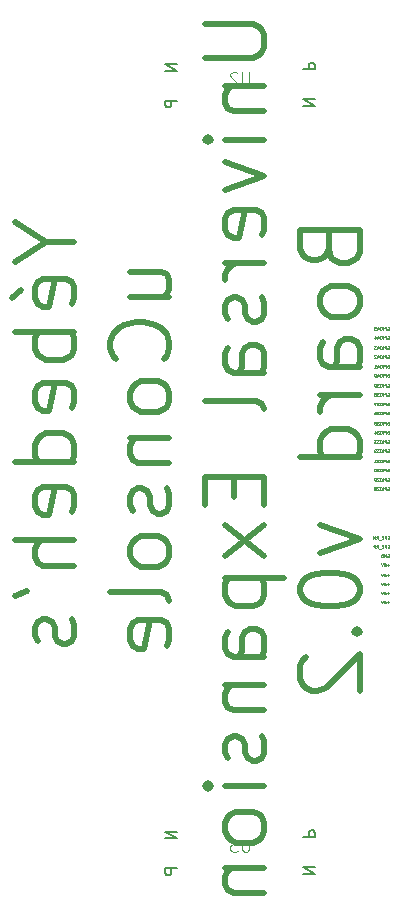
<source format=gbo>
%TF.GenerationSoftware,KiCad,Pcbnew,8.0.4*%
%TF.CreationDate,2025-01-28T00:25:02+01:00*%
%TF.ProjectId,uconsole-expansion-card-template,75636f6e-736f-46c6-952d-657870616e73,0.1*%
%TF.SameCoordinates,Original*%
%TF.FileFunction,Legend,Bot*%
%TF.FilePolarity,Positive*%
%FSLAX46Y46*%
G04 Gerber Fmt 4.6, Leading zero omitted, Abs format (unit mm)*
G04 Created by KiCad (PCBNEW 8.0.4) date 2025-01-28 00:25:02*
%MOMM*%
%LPD*%
G01*
G04 APERTURE LIST*
%ADD10C,0.050000*%
%ADD11C,0.200000*%
%ADD12C,0.500000*%
%ADD13C,0.100000*%
G04 APERTURE END LIST*
D10*
X115067429Y-92007109D02*
X115091239Y-91995204D01*
X115091239Y-91995204D02*
X115126953Y-91995204D01*
X115126953Y-91995204D02*
X115162667Y-92007109D01*
X115162667Y-92007109D02*
X115186477Y-92030919D01*
X115186477Y-92030919D02*
X115198382Y-92054728D01*
X115198382Y-92054728D02*
X115210286Y-92102347D01*
X115210286Y-92102347D02*
X115210286Y-92138061D01*
X115210286Y-92138061D02*
X115198382Y-92185680D01*
X115198382Y-92185680D02*
X115186477Y-92209490D01*
X115186477Y-92209490D02*
X115162667Y-92233300D01*
X115162667Y-92233300D02*
X115126953Y-92245204D01*
X115126953Y-92245204D02*
X115103144Y-92245204D01*
X115103144Y-92245204D02*
X115067429Y-92233300D01*
X115067429Y-92233300D02*
X115055525Y-92221395D01*
X115055525Y-92221395D02*
X115055525Y-92138061D01*
X115055525Y-92138061D02*
X115103144Y-92138061D01*
X114948382Y-92245204D02*
X114948382Y-91995204D01*
X114948382Y-91995204D02*
X114853144Y-91995204D01*
X114853144Y-91995204D02*
X114829334Y-92007109D01*
X114829334Y-92007109D02*
X114817429Y-92019014D01*
X114817429Y-92019014D02*
X114805525Y-92042823D01*
X114805525Y-92042823D02*
X114805525Y-92078538D01*
X114805525Y-92078538D02*
X114817429Y-92102347D01*
X114817429Y-92102347D02*
X114829334Y-92114252D01*
X114829334Y-92114252D02*
X114853144Y-92126157D01*
X114853144Y-92126157D02*
X114948382Y-92126157D01*
X114698382Y-92245204D02*
X114698382Y-91995204D01*
X114531715Y-91995204D02*
X114484096Y-91995204D01*
X114484096Y-91995204D02*
X114460286Y-92007109D01*
X114460286Y-92007109D02*
X114436477Y-92030919D01*
X114436477Y-92030919D02*
X114424572Y-92078538D01*
X114424572Y-92078538D02*
X114424572Y-92161871D01*
X114424572Y-92161871D02*
X114436477Y-92209490D01*
X114436477Y-92209490D02*
X114460286Y-92233300D01*
X114460286Y-92233300D02*
X114484096Y-92245204D01*
X114484096Y-92245204D02*
X114531715Y-92245204D01*
X114531715Y-92245204D02*
X114555524Y-92233300D01*
X114555524Y-92233300D02*
X114579334Y-92209490D01*
X114579334Y-92209490D02*
X114591238Y-92161871D01*
X114591238Y-92161871D02*
X114591238Y-92078538D01*
X114591238Y-92078538D02*
X114579334Y-92030919D01*
X114579334Y-92030919D02*
X114555524Y-92007109D01*
X114555524Y-92007109D02*
X114531715Y-91995204D01*
X114210286Y-92078538D02*
X114210286Y-92245204D01*
X114269810Y-91983300D02*
X114329333Y-92161871D01*
X114329333Y-92161871D02*
X114174572Y-92161871D01*
X114031715Y-91995204D02*
X114007905Y-91995204D01*
X114007905Y-91995204D02*
X113984096Y-92007109D01*
X113984096Y-92007109D02*
X113972191Y-92019014D01*
X113972191Y-92019014D02*
X113960286Y-92042823D01*
X113960286Y-92042823D02*
X113948381Y-92090442D01*
X113948381Y-92090442D02*
X113948381Y-92149966D01*
X113948381Y-92149966D02*
X113960286Y-92197585D01*
X113960286Y-92197585D02*
X113972191Y-92221395D01*
X113972191Y-92221395D02*
X113984096Y-92233300D01*
X113984096Y-92233300D02*
X114007905Y-92245204D01*
X114007905Y-92245204D02*
X114031715Y-92245204D01*
X114031715Y-92245204D02*
X114055524Y-92233300D01*
X114055524Y-92233300D02*
X114067429Y-92221395D01*
X114067429Y-92221395D02*
X114079334Y-92197585D01*
X114079334Y-92197585D02*
X114091238Y-92149966D01*
X114091238Y-92149966D02*
X114091238Y-92090442D01*
X114091238Y-92090442D02*
X114079334Y-92042823D01*
X114079334Y-92042823D02*
X114067429Y-92019014D01*
X114067429Y-92019014D02*
X114055524Y-92007109D01*
X114055524Y-92007109D02*
X114031715Y-91995204D01*
X115067429Y-99271509D02*
X115091239Y-99259604D01*
X115091239Y-99259604D02*
X115126953Y-99259604D01*
X115126953Y-99259604D02*
X115162667Y-99271509D01*
X115162667Y-99271509D02*
X115186477Y-99295319D01*
X115186477Y-99295319D02*
X115198382Y-99319128D01*
X115198382Y-99319128D02*
X115210286Y-99366747D01*
X115210286Y-99366747D02*
X115210286Y-99402461D01*
X115210286Y-99402461D02*
X115198382Y-99450080D01*
X115198382Y-99450080D02*
X115186477Y-99473890D01*
X115186477Y-99473890D02*
X115162667Y-99497700D01*
X115162667Y-99497700D02*
X115126953Y-99509604D01*
X115126953Y-99509604D02*
X115103144Y-99509604D01*
X115103144Y-99509604D02*
X115067429Y-99497700D01*
X115067429Y-99497700D02*
X115055525Y-99485795D01*
X115055525Y-99485795D02*
X115055525Y-99402461D01*
X115055525Y-99402461D02*
X115103144Y-99402461D01*
X114948382Y-99509604D02*
X114948382Y-99259604D01*
X114948382Y-99259604D02*
X114853144Y-99259604D01*
X114853144Y-99259604D02*
X114829334Y-99271509D01*
X114829334Y-99271509D02*
X114817429Y-99283414D01*
X114817429Y-99283414D02*
X114805525Y-99307223D01*
X114805525Y-99307223D02*
X114805525Y-99342938D01*
X114805525Y-99342938D02*
X114817429Y-99366747D01*
X114817429Y-99366747D02*
X114829334Y-99378652D01*
X114829334Y-99378652D02*
X114853144Y-99390557D01*
X114853144Y-99390557D02*
X114948382Y-99390557D01*
X114698382Y-99509604D02*
X114698382Y-99259604D01*
X114531715Y-99259604D02*
X114484096Y-99259604D01*
X114484096Y-99259604D02*
X114460286Y-99271509D01*
X114460286Y-99271509D02*
X114436477Y-99295319D01*
X114436477Y-99295319D02*
X114424572Y-99342938D01*
X114424572Y-99342938D02*
X114424572Y-99426271D01*
X114424572Y-99426271D02*
X114436477Y-99473890D01*
X114436477Y-99473890D02*
X114460286Y-99497700D01*
X114460286Y-99497700D02*
X114484096Y-99509604D01*
X114484096Y-99509604D02*
X114531715Y-99509604D01*
X114531715Y-99509604D02*
X114555524Y-99497700D01*
X114555524Y-99497700D02*
X114579334Y-99473890D01*
X114579334Y-99473890D02*
X114591238Y-99426271D01*
X114591238Y-99426271D02*
X114591238Y-99342938D01*
X114591238Y-99342938D02*
X114579334Y-99295319D01*
X114579334Y-99295319D02*
X114555524Y-99271509D01*
X114555524Y-99271509D02*
X114531715Y-99259604D01*
X114341238Y-99259604D02*
X114186476Y-99259604D01*
X114186476Y-99259604D02*
X114269810Y-99354842D01*
X114269810Y-99354842D02*
X114234095Y-99354842D01*
X114234095Y-99354842D02*
X114210286Y-99366747D01*
X114210286Y-99366747D02*
X114198381Y-99378652D01*
X114198381Y-99378652D02*
X114186476Y-99402461D01*
X114186476Y-99402461D02*
X114186476Y-99461985D01*
X114186476Y-99461985D02*
X114198381Y-99485795D01*
X114198381Y-99485795D02*
X114210286Y-99497700D01*
X114210286Y-99497700D02*
X114234095Y-99509604D01*
X114234095Y-99509604D02*
X114305524Y-99509604D01*
X114305524Y-99509604D02*
X114329333Y-99497700D01*
X114329333Y-99497700D02*
X114341238Y-99485795D01*
X113948381Y-99509604D02*
X114091238Y-99509604D01*
X114019810Y-99509604D02*
X114019810Y-99259604D01*
X114019810Y-99259604D02*
X114043619Y-99295319D01*
X114043619Y-99295319D02*
X114067429Y-99319128D01*
X114067429Y-99319128D02*
X114091238Y-99331033D01*
X115067429Y-90432309D02*
X115091239Y-90420404D01*
X115091239Y-90420404D02*
X115126953Y-90420404D01*
X115126953Y-90420404D02*
X115162667Y-90432309D01*
X115162667Y-90432309D02*
X115186477Y-90456119D01*
X115186477Y-90456119D02*
X115198382Y-90479928D01*
X115198382Y-90479928D02*
X115210286Y-90527547D01*
X115210286Y-90527547D02*
X115210286Y-90563261D01*
X115210286Y-90563261D02*
X115198382Y-90610880D01*
X115198382Y-90610880D02*
X115186477Y-90634690D01*
X115186477Y-90634690D02*
X115162667Y-90658500D01*
X115162667Y-90658500D02*
X115126953Y-90670404D01*
X115126953Y-90670404D02*
X115103144Y-90670404D01*
X115103144Y-90670404D02*
X115067429Y-90658500D01*
X115067429Y-90658500D02*
X115055525Y-90646595D01*
X115055525Y-90646595D02*
X115055525Y-90563261D01*
X115055525Y-90563261D02*
X115103144Y-90563261D01*
X114948382Y-90670404D02*
X114948382Y-90420404D01*
X114948382Y-90420404D02*
X114853144Y-90420404D01*
X114853144Y-90420404D02*
X114829334Y-90432309D01*
X114829334Y-90432309D02*
X114817429Y-90444214D01*
X114817429Y-90444214D02*
X114805525Y-90468023D01*
X114805525Y-90468023D02*
X114805525Y-90503738D01*
X114805525Y-90503738D02*
X114817429Y-90527547D01*
X114817429Y-90527547D02*
X114829334Y-90539452D01*
X114829334Y-90539452D02*
X114853144Y-90551357D01*
X114853144Y-90551357D02*
X114948382Y-90551357D01*
X114698382Y-90670404D02*
X114698382Y-90420404D01*
X114531715Y-90420404D02*
X114484096Y-90420404D01*
X114484096Y-90420404D02*
X114460286Y-90432309D01*
X114460286Y-90432309D02*
X114436477Y-90456119D01*
X114436477Y-90456119D02*
X114424572Y-90503738D01*
X114424572Y-90503738D02*
X114424572Y-90587071D01*
X114424572Y-90587071D02*
X114436477Y-90634690D01*
X114436477Y-90634690D02*
X114460286Y-90658500D01*
X114460286Y-90658500D02*
X114484096Y-90670404D01*
X114484096Y-90670404D02*
X114531715Y-90670404D01*
X114531715Y-90670404D02*
X114555524Y-90658500D01*
X114555524Y-90658500D02*
X114579334Y-90634690D01*
X114579334Y-90634690D02*
X114591238Y-90587071D01*
X114591238Y-90587071D02*
X114591238Y-90503738D01*
X114591238Y-90503738D02*
X114579334Y-90456119D01*
X114579334Y-90456119D02*
X114555524Y-90432309D01*
X114555524Y-90432309D02*
X114531715Y-90420404D01*
X114210286Y-90503738D02*
X114210286Y-90670404D01*
X114269810Y-90408500D02*
X114329333Y-90587071D01*
X114329333Y-90587071D02*
X114174572Y-90587071D01*
X114091238Y-90444214D02*
X114079334Y-90432309D01*
X114079334Y-90432309D02*
X114055524Y-90420404D01*
X114055524Y-90420404D02*
X113996000Y-90420404D01*
X113996000Y-90420404D02*
X113972191Y-90432309D01*
X113972191Y-90432309D02*
X113960286Y-90444214D01*
X113960286Y-90444214D02*
X113948381Y-90468023D01*
X113948381Y-90468023D02*
X113948381Y-90491833D01*
X113948381Y-90491833D02*
X113960286Y-90527547D01*
X113960286Y-90527547D02*
X114103143Y-90670404D01*
X114103143Y-90670404D02*
X113948381Y-90670404D01*
X115210286Y-106000100D02*
X115174572Y-106012004D01*
X115174572Y-106012004D02*
X115115048Y-106012004D01*
X115115048Y-106012004D02*
X115091239Y-106000100D01*
X115091239Y-106000100D02*
X115079334Y-105988195D01*
X115079334Y-105988195D02*
X115067429Y-105964385D01*
X115067429Y-105964385D02*
X115067429Y-105940576D01*
X115067429Y-105940576D02*
X115079334Y-105916766D01*
X115079334Y-105916766D02*
X115091239Y-105904861D01*
X115091239Y-105904861D02*
X115115048Y-105892957D01*
X115115048Y-105892957D02*
X115162667Y-105881052D01*
X115162667Y-105881052D02*
X115186477Y-105869147D01*
X115186477Y-105869147D02*
X115198382Y-105857242D01*
X115198382Y-105857242D02*
X115210286Y-105833433D01*
X115210286Y-105833433D02*
X115210286Y-105809623D01*
X115210286Y-105809623D02*
X115198382Y-105785814D01*
X115198382Y-105785814D02*
X115186477Y-105773909D01*
X115186477Y-105773909D02*
X115162667Y-105762004D01*
X115162667Y-105762004D02*
X115103144Y-105762004D01*
X115103144Y-105762004D02*
X115067429Y-105773909D01*
X114960287Y-106012004D02*
X114960287Y-105762004D01*
X114960287Y-105762004D02*
X114865049Y-105762004D01*
X114865049Y-105762004D02*
X114841239Y-105773909D01*
X114841239Y-105773909D02*
X114829334Y-105785814D01*
X114829334Y-105785814D02*
X114817430Y-105809623D01*
X114817430Y-105809623D02*
X114817430Y-105845338D01*
X114817430Y-105845338D02*
X114829334Y-105869147D01*
X114829334Y-105869147D02*
X114841239Y-105881052D01*
X114841239Y-105881052D02*
X114865049Y-105892957D01*
X114865049Y-105892957D02*
X114960287Y-105892957D01*
X114710287Y-106012004D02*
X114710287Y-105762004D01*
X114567430Y-106012004D02*
X114674572Y-105869147D01*
X114567430Y-105762004D02*
X114710287Y-105904861D01*
X114519811Y-106035814D02*
X114329334Y-106035814D01*
X114126954Y-106012004D02*
X114210287Y-105892957D01*
X114269811Y-106012004D02*
X114269811Y-105762004D01*
X114269811Y-105762004D02*
X114174573Y-105762004D01*
X114174573Y-105762004D02*
X114150763Y-105773909D01*
X114150763Y-105773909D02*
X114138858Y-105785814D01*
X114138858Y-105785814D02*
X114126954Y-105809623D01*
X114126954Y-105809623D02*
X114126954Y-105845338D01*
X114126954Y-105845338D02*
X114138858Y-105869147D01*
X114138858Y-105869147D02*
X114150763Y-105881052D01*
X114150763Y-105881052D02*
X114174573Y-105892957D01*
X114174573Y-105892957D02*
X114269811Y-105892957D01*
X114019811Y-106012004D02*
X114019811Y-105762004D01*
X114019811Y-105762004D02*
X113876954Y-106012004D01*
X113876954Y-106012004D02*
X113876954Y-105762004D01*
X115198382Y-111352366D02*
X115007906Y-111352366D01*
X115103144Y-111447604D02*
X115103144Y-111257128D01*
X114769810Y-111197604D02*
X114888858Y-111197604D01*
X114888858Y-111197604D02*
X114900762Y-111316652D01*
X114900762Y-111316652D02*
X114888858Y-111304747D01*
X114888858Y-111304747D02*
X114865048Y-111292842D01*
X114865048Y-111292842D02*
X114805524Y-111292842D01*
X114805524Y-111292842D02*
X114781715Y-111304747D01*
X114781715Y-111304747D02*
X114769810Y-111316652D01*
X114769810Y-111316652D02*
X114757905Y-111340461D01*
X114757905Y-111340461D02*
X114757905Y-111399985D01*
X114757905Y-111399985D02*
X114769810Y-111423795D01*
X114769810Y-111423795D02*
X114781715Y-111435700D01*
X114781715Y-111435700D02*
X114805524Y-111447604D01*
X114805524Y-111447604D02*
X114865048Y-111447604D01*
X114865048Y-111447604D02*
X114888858Y-111435700D01*
X114888858Y-111435700D02*
X114900762Y-111423795D01*
X114686477Y-111197604D02*
X114603144Y-111447604D01*
X114603144Y-111447604D02*
X114519810Y-111197604D01*
D11*
X107912780Y-134330326D02*
X108912780Y-134330326D01*
X108912780Y-134330326D02*
X107912780Y-133758898D01*
X107912780Y-133758898D02*
X108912780Y-133758898D01*
D10*
X115067429Y-107297909D02*
X115091239Y-107286004D01*
X115091239Y-107286004D02*
X115126953Y-107286004D01*
X115126953Y-107286004D02*
X115162667Y-107297909D01*
X115162667Y-107297909D02*
X115186477Y-107321719D01*
X115186477Y-107321719D02*
X115198382Y-107345528D01*
X115198382Y-107345528D02*
X115210286Y-107393147D01*
X115210286Y-107393147D02*
X115210286Y-107428861D01*
X115210286Y-107428861D02*
X115198382Y-107476480D01*
X115198382Y-107476480D02*
X115186477Y-107500290D01*
X115186477Y-107500290D02*
X115162667Y-107524100D01*
X115162667Y-107524100D02*
X115126953Y-107536004D01*
X115126953Y-107536004D02*
X115103144Y-107536004D01*
X115103144Y-107536004D02*
X115067429Y-107524100D01*
X115067429Y-107524100D02*
X115055525Y-107512195D01*
X115055525Y-107512195D02*
X115055525Y-107428861D01*
X115055525Y-107428861D02*
X115103144Y-107428861D01*
X114948382Y-107536004D02*
X114948382Y-107286004D01*
X114948382Y-107286004D02*
X114805525Y-107536004D01*
X114805525Y-107536004D02*
X114805525Y-107286004D01*
X114686477Y-107536004D02*
X114686477Y-107286004D01*
X114686477Y-107286004D02*
X114626953Y-107286004D01*
X114626953Y-107286004D02*
X114591239Y-107297909D01*
X114591239Y-107297909D02*
X114567429Y-107321719D01*
X114567429Y-107321719D02*
X114555524Y-107345528D01*
X114555524Y-107345528D02*
X114543620Y-107393147D01*
X114543620Y-107393147D02*
X114543620Y-107428861D01*
X114543620Y-107428861D02*
X114555524Y-107476480D01*
X114555524Y-107476480D02*
X114567429Y-107500290D01*
X114567429Y-107500290D02*
X114591239Y-107524100D01*
X114591239Y-107524100D02*
X114626953Y-107536004D01*
X114626953Y-107536004D02*
X114686477Y-107536004D01*
X115198382Y-109828366D02*
X115007906Y-109828366D01*
X115103144Y-109923604D02*
X115103144Y-109733128D01*
X114769810Y-109673604D02*
X114888858Y-109673604D01*
X114888858Y-109673604D02*
X114900762Y-109792652D01*
X114900762Y-109792652D02*
X114888858Y-109780747D01*
X114888858Y-109780747D02*
X114865048Y-109768842D01*
X114865048Y-109768842D02*
X114805524Y-109768842D01*
X114805524Y-109768842D02*
X114781715Y-109780747D01*
X114781715Y-109780747D02*
X114769810Y-109792652D01*
X114769810Y-109792652D02*
X114757905Y-109816461D01*
X114757905Y-109816461D02*
X114757905Y-109875985D01*
X114757905Y-109875985D02*
X114769810Y-109899795D01*
X114769810Y-109899795D02*
X114781715Y-109911700D01*
X114781715Y-109911700D02*
X114805524Y-109923604D01*
X114805524Y-109923604D02*
X114865048Y-109923604D01*
X114865048Y-109923604D02*
X114888858Y-109911700D01*
X114888858Y-109911700D02*
X114900762Y-109899795D01*
X114686477Y-109673604D02*
X114603144Y-109923604D01*
X114603144Y-109923604D02*
X114519810Y-109673604D01*
X115067429Y-93632709D02*
X115091239Y-93620804D01*
X115091239Y-93620804D02*
X115126953Y-93620804D01*
X115126953Y-93620804D02*
X115162667Y-93632709D01*
X115162667Y-93632709D02*
X115186477Y-93656519D01*
X115186477Y-93656519D02*
X115198382Y-93680328D01*
X115198382Y-93680328D02*
X115210286Y-93727947D01*
X115210286Y-93727947D02*
X115210286Y-93763661D01*
X115210286Y-93763661D02*
X115198382Y-93811280D01*
X115198382Y-93811280D02*
X115186477Y-93835090D01*
X115186477Y-93835090D02*
X115162667Y-93858900D01*
X115162667Y-93858900D02*
X115126953Y-93870804D01*
X115126953Y-93870804D02*
X115103144Y-93870804D01*
X115103144Y-93870804D02*
X115067429Y-93858900D01*
X115067429Y-93858900D02*
X115055525Y-93846995D01*
X115055525Y-93846995D02*
X115055525Y-93763661D01*
X115055525Y-93763661D02*
X115103144Y-93763661D01*
X114948382Y-93870804D02*
X114948382Y-93620804D01*
X114948382Y-93620804D02*
X114853144Y-93620804D01*
X114853144Y-93620804D02*
X114829334Y-93632709D01*
X114829334Y-93632709D02*
X114817429Y-93644614D01*
X114817429Y-93644614D02*
X114805525Y-93668423D01*
X114805525Y-93668423D02*
X114805525Y-93704138D01*
X114805525Y-93704138D02*
X114817429Y-93727947D01*
X114817429Y-93727947D02*
X114829334Y-93739852D01*
X114829334Y-93739852D02*
X114853144Y-93751757D01*
X114853144Y-93751757D02*
X114948382Y-93751757D01*
X114698382Y-93870804D02*
X114698382Y-93620804D01*
X114531715Y-93620804D02*
X114484096Y-93620804D01*
X114484096Y-93620804D02*
X114460286Y-93632709D01*
X114460286Y-93632709D02*
X114436477Y-93656519D01*
X114436477Y-93656519D02*
X114424572Y-93704138D01*
X114424572Y-93704138D02*
X114424572Y-93787471D01*
X114424572Y-93787471D02*
X114436477Y-93835090D01*
X114436477Y-93835090D02*
X114460286Y-93858900D01*
X114460286Y-93858900D02*
X114484096Y-93870804D01*
X114484096Y-93870804D02*
X114531715Y-93870804D01*
X114531715Y-93870804D02*
X114555524Y-93858900D01*
X114555524Y-93858900D02*
X114579334Y-93835090D01*
X114579334Y-93835090D02*
X114591238Y-93787471D01*
X114591238Y-93787471D02*
X114591238Y-93704138D01*
X114591238Y-93704138D02*
X114579334Y-93656519D01*
X114579334Y-93656519D02*
X114555524Y-93632709D01*
X114555524Y-93632709D02*
X114531715Y-93620804D01*
X114341238Y-93620804D02*
X114186476Y-93620804D01*
X114186476Y-93620804D02*
X114269810Y-93716042D01*
X114269810Y-93716042D02*
X114234095Y-93716042D01*
X114234095Y-93716042D02*
X114210286Y-93727947D01*
X114210286Y-93727947D02*
X114198381Y-93739852D01*
X114198381Y-93739852D02*
X114186476Y-93763661D01*
X114186476Y-93763661D02*
X114186476Y-93823185D01*
X114186476Y-93823185D02*
X114198381Y-93846995D01*
X114198381Y-93846995D02*
X114210286Y-93858900D01*
X114210286Y-93858900D02*
X114234095Y-93870804D01*
X114234095Y-93870804D02*
X114305524Y-93870804D01*
X114305524Y-93870804D02*
X114329333Y-93858900D01*
X114329333Y-93858900D02*
X114341238Y-93846995D01*
X114043619Y-93727947D02*
X114067429Y-93716042D01*
X114067429Y-93716042D02*
X114079334Y-93704138D01*
X114079334Y-93704138D02*
X114091238Y-93680328D01*
X114091238Y-93680328D02*
X114091238Y-93668423D01*
X114091238Y-93668423D02*
X114079334Y-93644614D01*
X114079334Y-93644614D02*
X114067429Y-93632709D01*
X114067429Y-93632709D02*
X114043619Y-93620804D01*
X114043619Y-93620804D02*
X113996000Y-93620804D01*
X113996000Y-93620804D02*
X113972191Y-93632709D01*
X113972191Y-93632709D02*
X113960286Y-93644614D01*
X113960286Y-93644614D02*
X113948381Y-93668423D01*
X113948381Y-93668423D02*
X113948381Y-93680328D01*
X113948381Y-93680328D02*
X113960286Y-93704138D01*
X113960286Y-93704138D02*
X113972191Y-93716042D01*
X113972191Y-93716042D02*
X113996000Y-93727947D01*
X113996000Y-93727947D02*
X114043619Y-93727947D01*
X114043619Y-93727947D02*
X114067429Y-93739852D01*
X114067429Y-93739852D02*
X114079334Y-93751757D01*
X114079334Y-93751757D02*
X114091238Y-93775566D01*
X114091238Y-93775566D02*
X114091238Y-93823185D01*
X114091238Y-93823185D02*
X114079334Y-93846995D01*
X114079334Y-93846995D02*
X114067429Y-93858900D01*
X114067429Y-93858900D02*
X114043619Y-93870804D01*
X114043619Y-93870804D02*
X113996000Y-93870804D01*
X113996000Y-93870804D02*
X113972191Y-93858900D01*
X113972191Y-93858900D02*
X113960286Y-93846995D01*
X113960286Y-93846995D02*
X113948381Y-93823185D01*
X113948381Y-93823185D02*
X113948381Y-93775566D01*
X113948381Y-93775566D02*
X113960286Y-93751757D01*
X113960286Y-93751757D02*
X113972191Y-93739852D01*
X113972191Y-93739852D02*
X113996000Y-93727947D01*
X115067429Y-91245109D02*
X115091239Y-91233204D01*
X115091239Y-91233204D02*
X115126953Y-91233204D01*
X115126953Y-91233204D02*
X115162667Y-91245109D01*
X115162667Y-91245109D02*
X115186477Y-91268919D01*
X115186477Y-91268919D02*
X115198382Y-91292728D01*
X115198382Y-91292728D02*
X115210286Y-91340347D01*
X115210286Y-91340347D02*
X115210286Y-91376061D01*
X115210286Y-91376061D02*
X115198382Y-91423680D01*
X115198382Y-91423680D02*
X115186477Y-91447490D01*
X115186477Y-91447490D02*
X115162667Y-91471300D01*
X115162667Y-91471300D02*
X115126953Y-91483204D01*
X115126953Y-91483204D02*
X115103144Y-91483204D01*
X115103144Y-91483204D02*
X115067429Y-91471300D01*
X115067429Y-91471300D02*
X115055525Y-91459395D01*
X115055525Y-91459395D02*
X115055525Y-91376061D01*
X115055525Y-91376061D02*
X115103144Y-91376061D01*
X114948382Y-91483204D02*
X114948382Y-91233204D01*
X114948382Y-91233204D02*
X114853144Y-91233204D01*
X114853144Y-91233204D02*
X114829334Y-91245109D01*
X114829334Y-91245109D02*
X114817429Y-91257014D01*
X114817429Y-91257014D02*
X114805525Y-91280823D01*
X114805525Y-91280823D02*
X114805525Y-91316538D01*
X114805525Y-91316538D02*
X114817429Y-91340347D01*
X114817429Y-91340347D02*
X114829334Y-91352252D01*
X114829334Y-91352252D02*
X114853144Y-91364157D01*
X114853144Y-91364157D02*
X114948382Y-91364157D01*
X114698382Y-91483204D02*
X114698382Y-91233204D01*
X114531715Y-91233204D02*
X114484096Y-91233204D01*
X114484096Y-91233204D02*
X114460286Y-91245109D01*
X114460286Y-91245109D02*
X114436477Y-91268919D01*
X114436477Y-91268919D02*
X114424572Y-91316538D01*
X114424572Y-91316538D02*
X114424572Y-91399871D01*
X114424572Y-91399871D02*
X114436477Y-91447490D01*
X114436477Y-91447490D02*
X114460286Y-91471300D01*
X114460286Y-91471300D02*
X114484096Y-91483204D01*
X114484096Y-91483204D02*
X114531715Y-91483204D01*
X114531715Y-91483204D02*
X114555524Y-91471300D01*
X114555524Y-91471300D02*
X114579334Y-91447490D01*
X114579334Y-91447490D02*
X114591238Y-91399871D01*
X114591238Y-91399871D02*
X114591238Y-91316538D01*
X114591238Y-91316538D02*
X114579334Y-91268919D01*
X114579334Y-91268919D02*
X114555524Y-91245109D01*
X114555524Y-91245109D02*
X114531715Y-91233204D01*
X114210286Y-91316538D02*
X114210286Y-91483204D01*
X114269810Y-91221300D02*
X114329333Y-91399871D01*
X114329333Y-91399871D02*
X114174572Y-91399871D01*
X113948381Y-91483204D02*
X114091238Y-91483204D01*
X114019810Y-91483204D02*
X114019810Y-91233204D01*
X114019810Y-91233204D02*
X114043619Y-91268919D01*
X114043619Y-91268919D02*
X114067429Y-91292728D01*
X114067429Y-91292728D02*
X114091238Y-91304633D01*
X115067429Y-92870709D02*
X115091239Y-92858804D01*
X115091239Y-92858804D02*
X115126953Y-92858804D01*
X115126953Y-92858804D02*
X115162667Y-92870709D01*
X115162667Y-92870709D02*
X115186477Y-92894519D01*
X115186477Y-92894519D02*
X115198382Y-92918328D01*
X115198382Y-92918328D02*
X115210286Y-92965947D01*
X115210286Y-92965947D02*
X115210286Y-93001661D01*
X115210286Y-93001661D02*
X115198382Y-93049280D01*
X115198382Y-93049280D02*
X115186477Y-93073090D01*
X115186477Y-93073090D02*
X115162667Y-93096900D01*
X115162667Y-93096900D02*
X115126953Y-93108804D01*
X115126953Y-93108804D02*
X115103144Y-93108804D01*
X115103144Y-93108804D02*
X115067429Y-93096900D01*
X115067429Y-93096900D02*
X115055525Y-93084995D01*
X115055525Y-93084995D02*
X115055525Y-93001661D01*
X115055525Y-93001661D02*
X115103144Y-93001661D01*
X114948382Y-93108804D02*
X114948382Y-92858804D01*
X114948382Y-92858804D02*
X114853144Y-92858804D01*
X114853144Y-92858804D02*
X114829334Y-92870709D01*
X114829334Y-92870709D02*
X114817429Y-92882614D01*
X114817429Y-92882614D02*
X114805525Y-92906423D01*
X114805525Y-92906423D02*
X114805525Y-92942138D01*
X114805525Y-92942138D02*
X114817429Y-92965947D01*
X114817429Y-92965947D02*
X114829334Y-92977852D01*
X114829334Y-92977852D02*
X114853144Y-92989757D01*
X114853144Y-92989757D02*
X114948382Y-92989757D01*
X114698382Y-93108804D02*
X114698382Y-92858804D01*
X114531715Y-92858804D02*
X114484096Y-92858804D01*
X114484096Y-92858804D02*
X114460286Y-92870709D01*
X114460286Y-92870709D02*
X114436477Y-92894519D01*
X114436477Y-92894519D02*
X114424572Y-92942138D01*
X114424572Y-92942138D02*
X114424572Y-93025471D01*
X114424572Y-93025471D02*
X114436477Y-93073090D01*
X114436477Y-93073090D02*
X114460286Y-93096900D01*
X114460286Y-93096900D02*
X114484096Y-93108804D01*
X114484096Y-93108804D02*
X114531715Y-93108804D01*
X114531715Y-93108804D02*
X114555524Y-93096900D01*
X114555524Y-93096900D02*
X114579334Y-93073090D01*
X114579334Y-93073090D02*
X114591238Y-93025471D01*
X114591238Y-93025471D02*
X114591238Y-92942138D01*
X114591238Y-92942138D02*
X114579334Y-92894519D01*
X114579334Y-92894519D02*
X114555524Y-92870709D01*
X114555524Y-92870709D02*
X114531715Y-92858804D01*
X114341238Y-92858804D02*
X114186476Y-92858804D01*
X114186476Y-92858804D02*
X114269810Y-92954042D01*
X114269810Y-92954042D02*
X114234095Y-92954042D01*
X114234095Y-92954042D02*
X114210286Y-92965947D01*
X114210286Y-92965947D02*
X114198381Y-92977852D01*
X114198381Y-92977852D02*
X114186476Y-93001661D01*
X114186476Y-93001661D02*
X114186476Y-93061185D01*
X114186476Y-93061185D02*
X114198381Y-93084995D01*
X114198381Y-93084995D02*
X114210286Y-93096900D01*
X114210286Y-93096900D02*
X114234095Y-93108804D01*
X114234095Y-93108804D02*
X114305524Y-93108804D01*
X114305524Y-93108804D02*
X114329333Y-93096900D01*
X114329333Y-93096900D02*
X114341238Y-93084995D01*
X114067429Y-93108804D02*
X114019810Y-93108804D01*
X114019810Y-93108804D02*
X113996000Y-93096900D01*
X113996000Y-93096900D02*
X113984096Y-93084995D01*
X113984096Y-93084995D02*
X113960286Y-93049280D01*
X113960286Y-93049280D02*
X113948381Y-93001661D01*
X113948381Y-93001661D02*
X113948381Y-92906423D01*
X113948381Y-92906423D02*
X113960286Y-92882614D01*
X113960286Y-92882614D02*
X113972191Y-92870709D01*
X113972191Y-92870709D02*
X113996000Y-92858804D01*
X113996000Y-92858804D02*
X114043619Y-92858804D01*
X114043619Y-92858804D02*
X114067429Y-92870709D01*
X114067429Y-92870709D02*
X114079334Y-92882614D01*
X114079334Y-92882614D02*
X114091238Y-92906423D01*
X114091238Y-92906423D02*
X114091238Y-92965947D01*
X114091238Y-92965947D02*
X114079334Y-92989757D01*
X114079334Y-92989757D02*
X114067429Y-93001661D01*
X114067429Y-93001661D02*
X114043619Y-93013566D01*
X114043619Y-93013566D02*
X113996000Y-93013566D01*
X113996000Y-93013566D02*
X113972191Y-93001661D01*
X113972191Y-93001661D02*
X113960286Y-92989757D01*
X113960286Y-92989757D02*
X113948381Y-92965947D01*
X115067429Y-88044709D02*
X115091239Y-88032804D01*
X115091239Y-88032804D02*
X115126953Y-88032804D01*
X115126953Y-88032804D02*
X115162667Y-88044709D01*
X115162667Y-88044709D02*
X115186477Y-88068519D01*
X115186477Y-88068519D02*
X115198382Y-88092328D01*
X115198382Y-88092328D02*
X115210286Y-88139947D01*
X115210286Y-88139947D02*
X115210286Y-88175661D01*
X115210286Y-88175661D02*
X115198382Y-88223280D01*
X115198382Y-88223280D02*
X115186477Y-88247090D01*
X115186477Y-88247090D02*
X115162667Y-88270900D01*
X115162667Y-88270900D02*
X115126953Y-88282804D01*
X115126953Y-88282804D02*
X115103144Y-88282804D01*
X115103144Y-88282804D02*
X115067429Y-88270900D01*
X115067429Y-88270900D02*
X115055525Y-88258995D01*
X115055525Y-88258995D02*
X115055525Y-88175661D01*
X115055525Y-88175661D02*
X115103144Y-88175661D01*
X114948382Y-88282804D02*
X114948382Y-88032804D01*
X114948382Y-88032804D02*
X114853144Y-88032804D01*
X114853144Y-88032804D02*
X114829334Y-88044709D01*
X114829334Y-88044709D02*
X114817429Y-88056614D01*
X114817429Y-88056614D02*
X114805525Y-88080423D01*
X114805525Y-88080423D02*
X114805525Y-88116138D01*
X114805525Y-88116138D02*
X114817429Y-88139947D01*
X114817429Y-88139947D02*
X114829334Y-88151852D01*
X114829334Y-88151852D02*
X114853144Y-88163757D01*
X114853144Y-88163757D02*
X114948382Y-88163757D01*
X114698382Y-88282804D02*
X114698382Y-88032804D01*
X114531715Y-88032804D02*
X114484096Y-88032804D01*
X114484096Y-88032804D02*
X114460286Y-88044709D01*
X114460286Y-88044709D02*
X114436477Y-88068519D01*
X114436477Y-88068519D02*
X114424572Y-88116138D01*
X114424572Y-88116138D02*
X114424572Y-88199471D01*
X114424572Y-88199471D02*
X114436477Y-88247090D01*
X114436477Y-88247090D02*
X114460286Y-88270900D01*
X114460286Y-88270900D02*
X114484096Y-88282804D01*
X114484096Y-88282804D02*
X114531715Y-88282804D01*
X114531715Y-88282804D02*
X114555524Y-88270900D01*
X114555524Y-88270900D02*
X114579334Y-88247090D01*
X114579334Y-88247090D02*
X114591238Y-88199471D01*
X114591238Y-88199471D02*
X114591238Y-88116138D01*
X114591238Y-88116138D02*
X114579334Y-88068519D01*
X114579334Y-88068519D02*
X114555524Y-88044709D01*
X114555524Y-88044709D02*
X114531715Y-88032804D01*
X114210286Y-88116138D02*
X114210286Y-88282804D01*
X114269810Y-88020900D02*
X114329333Y-88199471D01*
X114329333Y-88199471D02*
X114174572Y-88199471D01*
X113960286Y-88032804D02*
X114079334Y-88032804D01*
X114079334Y-88032804D02*
X114091238Y-88151852D01*
X114091238Y-88151852D02*
X114079334Y-88139947D01*
X114079334Y-88139947D02*
X114055524Y-88128042D01*
X114055524Y-88128042D02*
X113996000Y-88128042D01*
X113996000Y-88128042D02*
X113972191Y-88139947D01*
X113972191Y-88139947D02*
X113960286Y-88151852D01*
X113960286Y-88151852D02*
X113948381Y-88175661D01*
X113948381Y-88175661D02*
X113948381Y-88235185D01*
X113948381Y-88235185D02*
X113960286Y-88258995D01*
X113960286Y-88258995D02*
X113972191Y-88270900D01*
X113972191Y-88270900D02*
X113996000Y-88282804D01*
X113996000Y-88282804D02*
X114055524Y-88282804D01*
X114055524Y-88282804D02*
X114079334Y-88270900D01*
X114079334Y-88270900D02*
X114091238Y-88258995D01*
X115198382Y-108202766D02*
X115007906Y-108202766D01*
X115103144Y-108298004D02*
X115103144Y-108107528D01*
X114769810Y-108048004D02*
X114888858Y-108048004D01*
X114888858Y-108048004D02*
X114900762Y-108167052D01*
X114900762Y-108167052D02*
X114888858Y-108155147D01*
X114888858Y-108155147D02*
X114865048Y-108143242D01*
X114865048Y-108143242D02*
X114805524Y-108143242D01*
X114805524Y-108143242D02*
X114781715Y-108155147D01*
X114781715Y-108155147D02*
X114769810Y-108167052D01*
X114769810Y-108167052D02*
X114757905Y-108190861D01*
X114757905Y-108190861D02*
X114757905Y-108250385D01*
X114757905Y-108250385D02*
X114769810Y-108274195D01*
X114769810Y-108274195D02*
X114781715Y-108286100D01*
X114781715Y-108286100D02*
X114805524Y-108298004D01*
X114805524Y-108298004D02*
X114865048Y-108298004D01*
X114865048Y-108298004D02*
X114888858Y-108286100D01*
X114888858Y-108286100D02*
X114900762Y-108274195D01*
X114686477Y-108048004D02*
X114603144Y-108298004D01*
X114603144Y-108298004D02*
X114519810Y-108048004D01*
X115067429Y-101608309D02*
X115091239Y-101596404D01*
X115091239Y-101596404D02*
X115126953Y-101596404D01*
X115126953Y-101596404D02*
X115162667Y-101608309D01*
X115162667Y-101608309D02*
X115186477Y-101632119D01*
X115186477Y-101632119D02*
X115198382Y-101655928D01*
X115198382Y-101655928D02*
X115210286Y-101703547D01*
X115210286Y-101703547D02*
X115210286Y-101739261D01*
X115210286Y-101739261D02*
X115198382Y-101786880D01*
X115198382Y-101786880D02*
X115186477Y-101810690D01*
X115186477Y-101810690D02*
X115162667Y-101834500D01*
X115162667Y-101834500D02*
X115126953Y-101846404D01*
X115126953Y-101846404D02*
X115103144Y-101846404D01*
X115103144Y-101846404D02*
X115067429Y-101834500D01*
X115067429Y-101834500D02*
X115055525Y-101822595D01*
X115055525Y-101822595D02*
X115055525Y-101739261D01*
X115055525Y-101739261D02*
X115103144Y-101739261D01*
X114948382Y-101846404D02*
X114948382Y-101596404D01*
X114948382Y-101596404D02*
X114853144Y-101596404D01*
X114853144Y-101596404D02*
X114829334Y-101608309D01*
X114829334Y-101608309D02*
X114817429Y-101620214D01*
X114817429Y-101620214D02*
X114805525Y-101644023D01*
X114805525Y-101644023D02*
X114805525Y-101679738D01*
X114805525Y-101679738D02*
X114817429Y-101703547D01*
X114817429Y-101703547D02*
X114829334Y-101715452D01*
X114829334Y-101715452D02*
X114853144Y-101727357D01*
X114853144Y-101727357D02*
X114948382Y-101727357D01*
X114698382Y-101846404D02*
X114698382Y-101596404D01*
X114531715Y-101596404D02*
X114484096Y-101596404D01*
X114484096Y-101596404D02*
X114460286Y-101608309D01*
X114460286Y-101608309D02*
X114436477Y-101632119D01*
X114436477Y-101632119D02*
X114424572Y-101679738D01*
X114424572Y-101679738D02*
X114424572Y-101763071D01*
X114424572Y-101763071D02*
X114436477Y-101810690D01*
X114436477Y-101810690D02*
X114460286Y-101834500D01*
X114460286Y-101834500D02*
X114484096Y-101846404D01*
X114484096Y-101846404D02*
X114531715Y-101846404D01*
X114531715Y-101846404D02*
X114555524Y-101834500D01*
X114555524Y-101834500D02*
X114579334Y-101810690D01*
X114579334Y-101810690D02*
X114591238Y-101763071D01*
X114591238Y-101763071D02*
X114591238Y-101679738D01*
X114591238Y-101679738D02*
X114579334Y-101632119D01*
X114579334Y-101632119D02*
X114555524Y-101608309D01*
X114555524Y-101608309D02*
X114531715Y-101596404D01*
X114329333Y-101620214D02*
X114317429Y-101608309D01*
X114317429Y-101608309D02*
X114293619Y-101596404D01*
X114293619Y-101596404D02*
X114234095Y-101596404D01*
X114234095Y-101596404D02*
X114210286Y-101608309D01*
X114210286Y-101608309D02*
X114198381Y-101620214D01*
X114198381Y-101620214D02*
X114186476Y-101644023D01*
X114186476Y-101644023D02*
X114186476Y-101667833D01*
X114186476Y-101667833D02*
X114198381Y-101703547D01*
X114198381Y-101703547D02*
X114341238Y-101846404D01*
X114341238Y-101846404D02*
X114186476Y-101846404D01*
X114043619Y-101703547D02*
X114067429Y-101691642D01*
X114067429Y-101691642D02*
X114079334Y-101679738D01*
X114079334Y-101679738D02*
X114091238Y-101655928D01*
X114091238Y-101655928D02*
X114091238Y-101644023D01*
X114091238Y-101644023D02*
X114079334Y-101620214D01*
X114079334Y-101620214D02*
X114067429Y-101608309D01*
X114067429Y-101608309D02*
X114043619Y-101596404D01*
X114043619Y-101596404D02*
X113996000Y-101596404D01*
X113996000Y-101596404D02*
X113972191Y-101608309D01*
X113972191Y-101608309D02*
X113960286Y-101620214D01*
X113960286Y-101620214D02*
X113948381Y-101644023D01*
X113948381Y-101644023D02*
X113948381Y-101655928D01*
X113948381Y-101655928D02*
X113960286Y-101679738D01*
X113960286Y-101679738D02*
X113972191Y-101691642D01*
X113972191Y-101691642D02*
X113996000Y-101703547D01*
X113996000Y-101703547D02*
X114043619Y-101703547D01*
X114043619Y-101703547D02*
X114067429Y-101715452D01*
X114067429Y-101715452D02*
X114079334Y-101727357D01*
X114079334Y-101727357D02*
X114091238Y-101751166D01*
X114091238Y-101751166D02*
X114091238Y-101798785D01*
X114091238Y-101798785D02*
X114079334Y-101822595D01*
X114079334Y-101822595D02*
X114067429Y-101834500D01*
X114067429Y-101834500D02*
X114043619Y-101846404D01*
X114043619Y-101846404D02*
X113996000Y-101846404D01*
X113996000Y-101846404D02*
X113972191Y-101834500D01*
X113972191Y-101834500D02*
X113960286Y-101822595D01*
X113960286Y-101822595D02*
X113948381Y-101798785D01*
X113948381Y-101798785D02*
X113948381Y-101751166D01*
X113948381Y-101751166D02*
X113960286Y-101727357D01*
X113960286Y-101727357D02*
X113972191Y-101715452D01*
X113972191Y-101715452D02*
X113996000Y-101703547D01*
D12*
X86168742Y-80853867D02*
X88549695Y-80853867D01*
X83549695Y-79187200D02*
X86168742Y-80853867D01*
X86168742Y-80853867D02*
X83549695Y-82520533D01*
X88311600Y-86091962D02*
X88549695Y-85615771D01*
X88549695Y-85615771D02*
X88549695Y-84663390D01*
X88549695Y-84663390D02*
X88311600Y-84187200D01*
X88311600Y-84187200D02*
X87835409Y-83949104D01*
X87835409Y-83949104D02*
X85930647Y-83949104D01*
X85930647Y-83949104D02*
X85454457Y-84187200D01*
X85454457Y-84187200D02*
X85216361Y-84663390D01*
X85216361Y-84663390D02*
X85216361Y-85615771D01*
X85216361Y-85615771D02*
X85454457Y-86091962D01*
X85454457Y-86091962D02*
X85930647Y-86330057D01*
X85930647Y-86330057D02*
X86406838Y-86330057D01*
X86406838Y-86330057D02*
X86883028Y-83949104D01*
X83311600Y-85615771D02*
X84025885Y-84901485D01*
X88549695Y-88472914D02*
X83549695Y-88472914D01*
X85454457Y-88472914D02*
X85216361Y-88949104D01*
X85216361Y-88949104D02*
X85216361Y-89901485D01*
X85216361Y-89901485D02*
X85454457Y-90377676D01*
X85454457Y-90377676D02*
X85692552Y-90615771D01*
X85692552Y-90615771D02*
X86168742Y-90853866D01*
X86168742Y-90853866D02*
X87597314Y-90853866D01*
X87597314Y-90853866D02*
X88073504Y-90615771D01*
X88073504Y-90615771D02*
X88311600Y-90377676D01*
X88311600Y-90377676D02*
X88549695Y-89901485D01*
X88549695Y-89901485D02*
X88549695Y-88949104D01*
X88549695Y-88949104D02*
X88311600Y-88472914D01*
X88311600Y-94901486D02*
X88549695Y-94425295D01*
X88549695Y-94425295D02*
X88549695Y-93472914D01*
X88549695Y-93472914D02*
X88311600Y-92996724D01*
X88311600Y-92996724D02*
X87835409Y-92758628D01*
X87835409Y-92758628D02*
X85930647Y-92758628D01*
X85930647Y-92758628D02*
X85454457Y-92996724D01*
X85454457Y-92996724D02*
X85216361Y-93472914D01*
X85216361Y-93472914D02*
X85216361Y-94425295D01*
X85216361Y-94425295D02*
X85454457Y-94901486D01*
X85454457Y-94901486D02*
X85930647Y-95139581D01*
X85930647Y-95139581D02*
X86406838Y-95139581D01*
X86406838Y-95139581D02*
X86883028Y-92758628D01*
X88549695Y-99425295D02*
X83549695Y-99425295D01*
X88311600Y-99425295D02*
X88549695Y-98949104D01*
X88549695Y-98949104D02*
X88549695Y-97996723D01*
X88549695Y-97996723D02*
X88311600Y-97520533D01*
X88311600Y-97520533D02*
X88073504Y-97282438D01*
X88073504Y-97282438D02*
X87597314Y-97044342D01*
X87597314Y-97044342D02*
X86168742Y-97044342D01*
X86168742Y-97044342D02*
X85692552Y-97282438D01*
X85692552Y-97282438D02*
X85454457Y-97520533D01*
X85454457Y-97520533D02*
X85216361Y-97996723D01*
X85216361Y-97996723D02*
X85216361Y-98949104D01*
X85216361Y-98949104D02*
X85454457Y-99425295D01*
X88311600Y-103711010D02*
X88549695Y-103234819D01*
X88549695Y-103234819D02*
X88549695Y-102282438D01*
X88549695Y-102282438D02*
X88311600Y-101806248D01*
X88311600Y-101806248D02*
X87835409Y-101568152D01*
X87835409Y-101568152D02*
X85930647Y-101568152D01*
X85930647Y-101568152D02*
X85454457Y-101806248D01*
X85454457Y-101806248D02*
X85216361Y-102282438D01*
X85216361Y-102282438D02*
X85216361Y-103234819D01*
X85216361Y-103234819D02*
X85454457Y-103711010D01*
X85454457Y-103711010D02*
X85930647Y-103949105D01*
X85930647Y-103949105D02*
X86406838Y-103949105D01*
X86406838Y-103949105D02*
X86883028Y-101568152D01*
X88549695Y-106091962D02*
X83549695Y-106091962D01*
X88549695Y-108234819D02*
X85930647Y-108234819D01*
X85930647Y-108234819D02*
X85454457Y-107996724D01*
X85454457Y-107996724D02*
X85216361Y-107520533D01*
X85216361Y-107520533D02*
X85216361Y-106806247D01*
X85216361Y-106806247D02*
X85454457Y-106330057D01*
X85454457Y-106330057D02*
X85692552Y-106091962D01*
X83549695Y-110853867D02*
X84502076Y-110377676D01*
X88311600Y-112758628D02*
X88549695Y-113234819D01*
X88549695Y-113234819D02*
X88549695Y-114187200D01*
X88549695Y-114187200D02*
X88311600Y-114663390D01*
X88311600Y-114663390D02*
X87835409Y-114901486D01*
X87835409Y-114901486D02*
X87597314Y-114901486D01*
X87597314Y-114901486D02*
X87121123Y-114663390D01*
X87121123Y-114663390D02*
X86883028Y-114187200D01*
X86883028Y-114187200D02*
X86883028Y-113472914D01*
X86883028Y-113472914D02*
X86644933Y-112996724D01*
X86644933Y-112996724D02*
X86168742Y-112758628D01*
X86168742Y-112758628D02*
X85930647Y-112758628D01*
X85930647Y-112758628D02*
X85454457Y-112996724D01*
X85454457Y-112996724D02*
X85216361Y-113472914D01*
X85216361Y-113472914D02*
X85216361Y-114187200D01*
X85216361Y-114187200D02*
X85454457Y-114663390D01*
X93266081Y-85496723D02*
X96599415Y-85496723D01*
X93266081Y-83353866D02*
X95885129Y-83353866D01*
X95885129Y-83353866D02*
X96361320Y-83591961D01*
X96361320Y-83591961D02*
X96599415Y-84068151D01*
X96599415Y-84068151D02*
X96599415Y-84782437D01*
X96599415Y-84782437D02*
X96361320Y-85258628D01*
X96361320Y-85258628D02*
X96123224Y-85496723D01*
X96123224Y-90734819D02*
X96361320Y-90496723D01*
X96361320Y-90496723D02*
X96599415Y-89782438D01*
X96599415Y-89782438D02*
X96599415Y-89306247D01*
X96599415Y-89306247D02*
X96361320Y-88591961D01*
X96361320Y-88591961D02*
X95885129Y-88115771D01*
X95885129Y-88115771D02*
X95408939Y-87877676D01*
X95408939Y-87877676D02*
X94456558Y-87639580D01*
X94456558Y-87639580D02*
X93742272Y-87639580D01*
X93742272Y-87639580D02*
X92789891Y-87877676D01*
X92789891Y-87877676D02*
X92313700Y-88115771D01*
X92313700Y-88115771D02*
X91837510Y-88591961D01*
X91837510Y-88591961D02*
X91599415Y-89306247D01*
X91599415Y-89306247D02*
X91599415Y-89782438D01*
X91599415Y-89782438D02*
X91837510Y-90496723D01*
X91837510Y-90496723D02*
X92075605Y-90734819D01*
X96599415Y-93591961D02*
X96361320Y-93115771D01*
X96361320Y-93115771D02*
X96123224Y-92877676D01*
X96123224Y-92877676D02*
X95647034Y-92639580D01*
X95647034Y-92639580D02*
X94218462Y-92639580D01*
X94218462Y-92639580D02*
X93742272Y-92877676D01*
X93742272Y-92877676D02*
X93504177Y-93115771D01*
X93504177Y-93115771D02*
X93266081Y-93591961D01*
X93266081Y-93591961D02*
X93266081Y-94306247D01*
X93266081Y-94306247D02*
X93504177Y-94782438D01*
X93504177Y-94782438D02*
X93742272Y-95020533D01*
X93742272Y-95020533D02*
X94218462Y-95258628D01*
X94218462Y-95258628D02*
X95647034Y-95258628D01*
X95647034Y-95258628D02*
X96123224Y-95020533D01*
X96123224Y-95020533D02*
X96361320Y-94782438D01*
X96361320Y-94782438D02*
X96599415Y-94306247D01*
X96599415Y-94306247D02*
X96599415Y-93591961D01*
X93266081Y-97401486D02*
X96599415Y-97401486D01*
X93742272Y-97401486D02*
X93504177Y-97639581D01*
X93504177Y-97639581D02*
X93266081Y-98115771D01*
X93266081Y-98115771D02*
X93266081Y-98830057D01*
X93266081Y-98830057D02*
X93504177Y-99306248D01*
X93504177Y-99306248D02*
X93980367Y-99544343D01*
X93980367Y-99544343D02*
X96599415Y-99544343D01*
X96361320Y-101687200D02*
X96599415Y-102163391D01*
X96599415Y-102163391D02*
X96599415Y-103115772D01*
X96599415Y-103115772D02*
X96361320Y-103591962D01*
X96361320Y-103591962D02*
X95885129Y-103830058D01*
X95885129Y-103830058D02*
X95647034Y-103830058D01*
X95647034Y-103830058D02*
X95170843Y-103591962D01*
X95170843Y-103591962D02*
X94932748Y-103115772D01*
X94932748Y-103115772D02*
X94932748Y-102401486D01*
X94932748Y-102401486D02*
X94694653Y-101925296D01*
X94694653Y-101925296D02*
X94218462Y-101687200D01*
X94218462Y-101687200D02*
X93980367Y-101687200D01*
X93980367Y-101687200D02*
X93504177Y-101925296D01*
X93504177Y-101925296D02*
X93266081Y-102401486D01*
X93266081Y-102401486D02*
X93266081Y-103115772D01*
X93266081Y-103115772D02*
X93504177Y-103591962D01*
X96599415Y-106687200D02*
X96361320Y-106211010D01*
X96361320Y-106211010D02*
X96123224Y-105972915D01*
X96123224Y-105972915D02*
X95647034Y-105734819D01*
X95647034Y-105734819D02*
X94218462Y-105734819D01*
X94218462Y-105734819D02*
X93742272Y-105972915D01*
X93742272Y-105972915D02*
X93504177Y-106211010D01*
X93504177Y-106211010D02*
X93266081Y-106687200D01*
X93266081Y-106687200D02*
X93266081Y-107401486D01*
X93266081Y-107401486D02*
X93504177Y-107877677D01*
X93504177Y-107877677D02*
X93742272Y-108115772D01*
X93742272Y-108115772D02*
X94218462Y-108353867D01*
X94218462Y-108353867D02*
X95647034Y-108353867D01*
X95647034Y-108353867D02*
X96123224Y-108115772D01*
X96123224Y-108115772D02*
X96361320Y-107877677D01*
X96361320Y-107877677D02*
X96599415Y-107401486D01*
X96599415Y-107401486D02*
X96599415Y-106687200D01*
X96599415Y-111211010D02*
X96361320Y-110734820D01*
X96361320Y-110734820D02*
X95885129Y-110496725D01*
X95885129Y-110496725D02*
X91599415Y-110496725D01*
X96361320Y-115020535D02*
X96599415Y-114544344D01*
X96599415Y-114544344D02*
X96599415Y-113591963D01*
X96599415Y-113591963D02*
X96361320Y-113115773D01*
X96361320Y-113115773D02*
X95885129Y-112877677D01*
X95885129Y-112877677D02*
X93980367Y-112877677D01*
X93980367Y-112877677D02*
X93504177Y-113115773D01*
X93504177Y-113115773D02*
X93266081Y-113591963D01*
X93266081Y-113591963D02*
X93266081Y-114544344D01*
X93266081Y-114544344D02*
X93504177Y-115020535D01*
X93504177Y-115020535D02*
X93980367Y-115258630D01*
X93980367Y-115258630D02*
X94456558Y-115258630D01*
X94456558Y-115258630D02*
X94932748Y-112877677D01*
X99649135Y-62401484D02*
X103696754Y-62401484D01*
X103696754Y-62401484D02*
X104172944Y-62639579D01*
X104172944Y-62639579D02*
X104411040Y-62877674D01*
X104411040Y-62877674D02*
X104649135Y-63353865D01*
X104649135Y-63353865D02*
X104649135Y-64306246D01*
X104649135Y-64306246D02*
X104411040Y-64782436D01*
X104411040Y-64782436D02*
X104172944Y-65020531D01*
X104172944Y-65020531D02*
X103696754Y-65258627D01*
X103696754Y-65258627D02*
X99649135Y-65258627D01*
X101315801Y-67639579D02*
X104649135Y-67639579D01*
X101791992Y-67639579D02*
X101553897Y-67877674D01*
X101553897Y-67877674D02*
X101315801Y-68353864D01*
X101315801Y-68353864D02*
X101315801Y-69068150D01*
X101315801Y-69068150D02*
X101553897Y-69544341D01*
X101553897Y-69544341D02*
X102030087Y-69782436D01*
X102030087Y-69782436D02*
X104649135Y-69782436D01*
X104649135Y-72163389D02*
X101315801Y-72163389D01*
X99649135Y-72163389D02*
X99887230Y-71925293D01*
X99887230Y-71925293D02*
X100125325Y-72163389D01*
X100125325Y-72163389D02*
X99887230Y-72401484D01*
X99887230Y-72401484D02*
X99649135Y-72163389D01*
X99649135Y-72163389D02*
X100125325Y-72163389D01*
X101315801Y-74068150D02*
X104649135Y-75258626D01*
X104649135Y-75258626D02*
X101315801Y-76449103D01*
X104411040Y-80258627D02*
X104649135Y-79782436D01*
X104649135Y-79782436D02*
X104649135Y-78830055D01*
X104649135Y-78830055D02*
X104411040Y-78353865D01*
X104411040Y-78353865D02*
X103934849Y-78115769D01*
X103934849Y-78115769D02*
X102030087Y-78115769D01*
X102030087Y-78115769D02*
X101553897Y-78353865D01*
X101553897Y-78353865D02*
X101315801Y-78830055D01*
X101315801Y-78830055D02*
X101315801Y-79782436D01*
X101315801Y-79782436D02*
X101553897Y-80258627D01*
X101553897Y-80258627D02*
X102030087Y-80496722D01*
X102030087Y-80496722D02*
X102506278Y-80496722D01*
X102506278Y-80496722D02*
X102982468Y-78115769D01*
X104649135Y-82639579D02*
X101315801Y-82639579D01*
X102268182Y-82639579D02*
X101791992Y-82877674D01*
X101791992Y-82877674D02*
X101553897Y-83115769D01*
X101553897Y-83115769D02*
X101315801Y-83591960D01*
X101315801Y-83591960D02*
X101315801Y-84068150D01*
X104411040Y-85496721D02*
X104649135Y-85972912D01*
X104649135Y-85972912D02*
X104649135Y-86925293D01*
X104649135Y-86925293D02*
X104411040Y-87401483D01*
X104411040Y-87401483D02*
X103934849Y-87639579D01*
X103934849Y-87639579D02*
X103696754Y-87639579D01*
X103696754Y-87639579D02*
X103220563Y-87401483D01*
X103220563Y-87401483D02*
X102982468Y-86925293D01*
X102982468Y-86925293D02*
X102982468Y-86211007D01*
X102982468Y-86211007D02*
X102744373Y-85734817D01*
X102744373Y-85734817D02*
X102268182Y-85496721D01*
X102268182Y-85496721D02*
X102030087Y-85496721D01*
X102030087Y-85496721D02*
X101553897Y-85734817D01*
X101553897Y-85734817D02*
X101315801Y-86211007D01*
X101315801Y-86211007D02*
X101315801Y-86925293D01*
X101315801Y-86925293D02*
X101553897Y-87401483D01*
X104649135Y-91925293D02*
X102030087Y-91925293D01*
X102030087Y-91925293D02*
X101553897Y-91687198D01*
X101553897Y-91687198D02*
X101315801Y-91211007D01*
X101315801Y-91211007D02*
X101315801Y-90258626D01*
X101315801Y-90258626D02*
X101553897Y-89782436D01*
X104411040Y-91925293D02*
X104649135Y-91449102D01*
X104649135Y-91449102D02*
X104649135Y-90258626D01*
X104649135Y-90258626D02*
X104411040Y-89782436D01*
X104411040Y-89782436D02*
X103934849Y-89544340D01*
X103934849Y-89544340D02*
X103458659Y-89544340D01*
X103458659Y-89544340D02*
X102982468Y-89782436D01*
X102982468Y-89782436D02*
X102744373Y-90258626D01*
X102744373Y-90258626D02*
X102744373Y-91449102D01*
X102744373Y-91449102D02*
X102506278Y-91925293D01*
X104649135Y-95020531D02*
X104411040Y-94544341D01*
X104411040Y-94544341D02*
X103934849Y-94306246D01*
X103934849Y-94306246D02*
X99649135Y-94306246D01*
X102030087Y-100734818D02*
X102030087Y-102401484D01*
X104649135Y-103115770D02*
X104649135Y-100734818D01*
X104649135Y-100734818D02*
X99649135Y-100734818D01*
X99649135Y-100734818D02*
X99649135Y-103115770D01*
X104649135Y-104782437D02*
X101315801Y-107401485D01*
X101315801Y-104782437D02*
X104649135Y-107401485D01*
X101315801Y-109306247D02*
X106315801Y-109306247D01*
X101553897Y-109306247D02*
X101315801Y-109782437D01*
X101315801Y-109782437D02*
X101315801Y-110734818D01*
X101315801Y-110734818D02*
X101553897Y-111211009D01*
X101553897Y-111211009D02*
X101791992Y-111449104D01*
X101791992Y-111449104D02*
X102268182Y-111687199D01*
X102268182Y-111687199D02*
X103696754Y-111687199D01*
X103696754Y-111687199D02*
X104172944Y-111449104D01*
X104172944Y-111449104D02*
X104411040Y-111211009D01*
X104411040Y-111211009D02*
X104649135Y-110734818D01*
X104649135Y-110734818D02*
X104649135Y-109782437D01*
X104649135Y-109782437D02*
X104411040Y-109306247D01*
X104649135Y-115972914D02*
X102030087Y-115972914D01*
X102030087Y-115972914D02*
X101553897Y-115734819D01*
X101553897Y-115734819D02*
X101315801Y-115258628D01*
X101315801Y-115258628D02*
X101315801Y-114306247D01*
X101315801Y-114306247D02*
X101553897Y-113830057D01*
X104411040Y-115972914D02*
X104649135Y-115496723D01*
X104649135Y-115496723D02*
X104649135Y-114306247D01*
X104649135Y-114306247D02*
X104411040Y-113830057D01*
X104411040Y-113830057D02*
X103934849Y-113591961D01*
X103934849Y-113591961D02*
X103458659Y-113591961D01*
X103458659Y-113591961D02*
X102982468Y-113830057D01*
X102982468Y-113830057D02*
X102744373Y-114306247D01*
X102744373Y-114306247D02*
X102744373Y-115496723D01*
X102744373Y-115496723D02*
X102506278Y-115972914D01*
X101315801Y-118353867D02*
X104649135Y-118353867D01*
X101791992Y-118353867D02*
X101553897Y-118591962D01*
X101553897Y-118591962D02*
X101315801Y-119068152D01*
X101315801Y-119068152D02*
X101315801Y-119782438D01*
X101315801Y-119782438D02*
X101553897Y-120258629D01*
X101553897Y-120258629D02*
X102030087Y-120496724D01*
X102030087Y-120496724D02*
X104649135Y-120496724D01*
X104411040Y-122639581D02*
X104649135Y-123115772D01*
X104649135Y-123115772D02*
X104649135Y-124068153D01*
X104649135Y-124068153D02*
X104411040Y-124544343D01*
X104411040Y-124544343D02*
X103934849Y-124782439D01*
X103934849Y-124782439D02*
X103696754Y-124782439D01*
X103696754Y-124782439D02*
X103220563Y-124544343D01*
X103220563Y-124544343D02*
X102982468Y-124068153D01*
X102982468Y-124068153D02*
X102982468Y-123353867D01*
X102982468Y-123353867D02*
X102744373Y-122877677D01*
X102744373Y-122877677D02*
X102268182Y-122639581D01*
X102268182Y-122639581D02*
X102030087Y-122639581D01*
X102030087Y-122639581D02*
X101553897Y-122877677D01*
X101553897Y-122877677D02*
X101315801Y-123353867D01*
X101315801Y-123353867D02*
X101315801Y-124068153D01*
X101315801Y-124068153D02*
X101553897Y-124544343D01*
X104649135Y-126925296D02*
X101315801Y-126925296D01*
X99649135Y-126925296D02*
X99887230Y-126687200D01*
X99887230Y-126687200D02*
X100125325Y-126925296D01*
X100125325Y-126925296D02*
X99887230Y-127163391D01*
X99887230Y-127163391D02*
X99649135Y-126925296D01*
X99649135Y-126925296D02*
X100125325Y-126925296D01*
X104649135Y-130020533D02*
X104411040Y-129544343D01*
X104411040Y-129544343D02*
X104172944Y-129306248D01*
X104172944Y-129306248D02*
X103696754Y-129068152D01*
X103696754Y-129068152D02*
X102268182Y-129068152D01*
X102268182Y-129068152D02*
X101791992Y-129306248D01*
X101791992Y-129306248D02*
X101553897Y-129544343D01*
X101553897Y-129544343D02*
X101315801Y-130020533D01*
X101315801Y-130020533D02*
X101315801Y-130734819D01*
X101315801Y-130734819D02*
X101553897Y-131211010D01*
X101553897Y-131211010D02*
X101791992Y-131449105D01*
X101791992Y-131449105D02*
X102268182Y-131687200D01*
X102268182Y-131687200D02*
X103696754Y-131687200D01*
X103696754Y-131687200D02*
X104172944Y-131449105D01*
X104172944Y-131449105D02*
X104411040Y-131211010D01*
X104411040Y-131211010D02*
X104649135Y-130734819D01*
X104649135Y-130734819D02*
X104649135Y-130020533D01*
X101315801Y-133830058D02*
X104649135Y-133830058D01*
X101791992Y-133830058D02*
X101553897Y-134068153D01*
X101553897Y-134068153D02*
X101315801Y-134544343D01*
X101315801Y-134544343D02*
X101315801Y-135258629D01*
X101315801Y-135258629D02*
X101553897Y-135734820D01*
X101553897Y-135734820D02*
X102030087Y-135972915D01*
X102030087Y-135972915D02*
X104649135Y-135972915D01*
X110079807Y-81449103D02*
X110317902Y-82163389D01*
X110317902Y-82163389D02*
X110555998Y-82401484D01*
X110555998Y-82401484D02*
X111032188Y-82639580D01*
X111032188Y-82639580D02*
X111746474Y-82639580D01*
X111746474Y-82639580D02*
X112222664Y-82401484D01*
X112222664Y-82401484D02*
X112460760Y-82163389D01*
X112460760Y-82163389D02*
X112698855Y-81687199D01*
X112698855Y-81687199D02*
X112698855Y-79782437D01*
X112698855Y-79782437D02*
X107698855Y-79782437D01*
X107698855Y-79782437D02*
X107698855Y-81449103D01*
X107698855Y-81449103D02*
X107936950Y-81925294D01*
X107936950Y-81925294D02*
X108175045Y-82163389D01*
X108175045Y-82163389D02*
X108651236Y-82401484D01*
X108651236Y-82401484D02*
X109127426Y-82401484D01*
X109127426Y-82401484D02*
X109603617Y-82163389D01*
X109603617Y-82163389D02*
X109841712Y-81925294D01*
X109841712Y-81925294D02*
X110079807Y-81449103D01*
X110079807Y-81449103D02*
X110079807Y-79782437D01*
X112698855Y-85496722D02*
X112460760Y-85020532D01*
X112460760Y-85020532D02*
X112222664Y-84782437D01*
X112222664Y-84782437D02*
X111746474Y-84544341D01*
X111746474Y-84544341D02*
X110317902Y-84544341D01*
X110317902Y-84544341D02*
X109841712Y-84782437D01*
X109841712Y-84782437D02*
X109603617Y-85020532D01*
X109603617Y-85020532D02*
X109365521Y-85496722D01*
X109365521Y-85496722D02*
X109365521Y-86211008D01*
X109365521Y-86211008D02*
X109603617Y-86687199D01*
X109603617Y-86687199D02*
X109841712Y-86925294D01*
X109841712Y-86925294D02*
X110317902Y-87163389D01*
X110317902Y-87163389D02*
X111746474Y-87163389D01*
X111746474Y-87163389D02*
X112222664Y-86925294D01*
X112222664Y-86925294D02*
X112460760Y-86687199D01*
X112460760Y-86687199D02*
X112698855Y-86211008D01*
X112698855Y-86211008D02*
X112698855Y-85496722D01*
X112698855Y-91449104D02*
X110079807Y-91449104D01*
X110079807Y-91449104D02*
X109603617Y-91211009D01*
X109603617Y-91211009D02*
X109365521Y-90734818D01*
X109365521Y-90734818D02*
X109365521Y-89782437D01*
X109365521Y-89782437D02*
X109603617Y-89306247D01*
X112460760Y-91449104D02*
X112698855Y-90972913D01*
X112698855Y-90972913D02*
X112698855Y-89782437D01*
X112698855Y-89782437D02*
X112460760Y-89306247D01*
X112460760Y-89306247D02*
X111984569Y-89068151D01*
X111984569Y-89068151D02*
X111508379Y-89068151D01*
X111508379Y-89068151D02*
X111032188Y-89306247D01*
X111032188Y-89306247D02*
X110794093Y-89782437D01*
X110794093Y-89782437D02*
X110794093Y-90972913D01*
X110794093Y-90972913D02*
X110555998Y-91449104D01*
X112698855Y-93830057D02*
X109365521Y-93830057D01*
X110317902Y-93830057D02*
X109841712Y-94068152D01*
X109841712Y-94068152D02*
X109603617Y-94306247D01*
X109603617Y-94306247D02*
X109365521Y-94782438D01*
X109365521Y-94782438D02*
X109365521Y-95258628D01*
X112698855Y-99068152D02*
X107698855Y-99068152D01*
X112460760Y-99068152D02*
X112698855Y-98591961D01*
X112698855Y-98591961D02*
X112698855Y-97639580D01*
X112698855Y-97639580D02*
X112460760Y-97163390D01*
X112460760Y-97163390D02*
X112222664Y-96925295D01*
X112222664Y-96925295D02*
X111746474Y-96687199D01*
X111746474Y-96687199D02*
X110317902Y-96687199D01*
X110317902Y-96687199D02*
X109841712Y-96925295D01*
X109841712Y-96925295D02*
X109603617Y-97163390D01*
X109603617Y-97163390D02*
X109365521Y-97639580D01*
X109365521Y-97639580D02*
X109365521Y-98591961D01*
X109365521Y-98591961D02*
X109603617Y-99068152D01*
X109365521Y-104782438D02*
X112698855Y-105972914D01*
X112698855Y-105972914D02*
X109365521Y-107163391D01*
X107698855Y-110020534D02*
X107698855Y-110496724D01*
X107698855Y-110496724D02*
X107936950Y-110972915D01*
X107936950Y-110972915D02*
X108175045Y-111211010D01*
X108175045Y-111211010D02*
X108651236Y-111449105D01*
X108651236Y-111449105D02*
X109603617Y-111687200D01*
X109603617Y-111687200D02*
X110794093Y-111687200D01*
X110794093Y-111687200D02*
X111746474Y-111449105D01*
X111746474Y-111449105D02*
X112222664Y-111211010D01*
X112222664Y-111211010D02*
X112460760Y-110972915D01*
X112460760Y-110972915D02*
X112698855Y-110496724D01*
X112698855Y-110496724D02*
X112698855Y-110020534D01*
X112698855Y-110020534D02*
X112460760Y-109544343D01*
X112460760Y-109544343D02*
X112222664Y-109306248D01*
X112222664Y-109306248D02*
X111746474Y-109068153D01*
X111746474Y-109068153D02*
X110794093Y-108830057D01*
X110794093Y-108830057D02*
X109603617Y-108830057D01*
X109603617Y-108830057D02*
X108651236Y-109068153D01*
X108651236Y-109068153D02*
X108175045Y-109306248D01*
X108175045Y-109306248D02*
X107936950Y-109544343D01*
X107936950Y-109544343D02*
X107698855Y-110020534D01*
X112222664Y-113830058D02*
X112460760Y-114068153D01*
X112460760Y-114068153D02*
X112698855Y-113830058D01*
X112698855Y-113830058D02*
X112460760Y-113591962D01*
X112460760Y-113591962D02*
X112222664Y-113830058D01*
X112222664Y-113830058D02*
X112698855Y-113830058D01*
X108175045Y-115972914D02*
X107936950Y-116211010D01*
X107936950Y-116211010D02*
X107698855Y-116687200D01*
X107698855Y-116687200D02*
X107698855Y-117877676D01*
X107698855Y-117877676D02*
X107936950Y-118353867D01*
X107936950Y-118353867D02*
X108175045Y-118591962D01*
X108175045Y-118591962D02*
X108651236Y-118830057D01*
X108651236Y-118830057D02*
X109127426Y-118830057D01*
X109127426Y-118830057D02*
X109841712Y-118591962D01*
X109841712Y-118591962D02*
X112698855Y-115734819D01*
X112698855Y-115734819D02*
X112698855Y-118830057D01*
D10*
X115067429Y-96833109D02*
X115091239Y-96821204D01*
X115091239Y-96821204D02*
X115126953Y-96821204D01*
X115126953Y-96821204D02*
X115162667Y-96833109D01*
X115162667Y-96833109D02*
X115186477Y-96856919D01*
X115186477Y-96856919D02*
X115198382Y-96880728D01*
X115198382Y-96880728D02*
X115210286Y-96928347D01*
X115210286Y-96928347D02*
X115210286Y-96964061D01*
X115210286Y-96964061D02*
X115198382Y-97011680D01*
X115198382Y-97011680D02*
X115186477Y-97035490D01*
X115186477Y-97035490D02*
X115162667Y-97059300D01*
X115162667Y-97059300D02*
X115126953Y-97071204D01*
X115126953Y-97071204D02*
X115103144Y-97071204D01*
X115103144Y-97071204D02*
X115067429Y-97059300D01*
X115067429Y-97059300D02*
X115055525Y-97047395D01*
X115055525Y-97047395D02*
X115055525Y-96964061D01*
X115055525Y-96964061D02*
X115103144Y-96964061D01*
X114948382Y-97071204D02*
X114948382Y-96821204D01*
X114948382Y-96821204D02*
X114853144Y-96821204D01*
X114853144Y-96821204D02*
X114829334Y-96833109D01*
X114829334Y-96833109D02*
X114817429Y-96845014D01*
X114817429Y-96845014D02*
X114805525Y-96868823D01*
X114805525Y-96868823D02*
X114805525Y-96904538D01*
X114805525Y-96904538D02*
X114817429Y-96928347D01*
X114817429Y-96928347D02*
X114829334Y-96940252D01*
X114829334Y-96940252D02*
X114853144Y-96952157D01*
X114853144Y-96952157D02*
X114948382Y-96952157D01*
X114698382Y-97071204D02*
X114698382Y-96821204D01*
X114531715Y-96821204D02*
X114484096Y-96821204D01*
X114484096Y-96821204D02*
X114460286Y-96833109D01*
X114460286Y-96833109D02*
X114436477Y-96856919D01*
X114436477Y-96856919D02*
X114424572Y-96904538D01*
X114424572Y-96904538D02*
X114424572Y-96987871D01*
X114424572Y-96987871D02*
X114436477Y-97035490D01*
X114436477Y-97035490D02*
X114460286Y-97059300D01*
X114460286Y-97059300D02*
X114484096Y-97071204D01*
X114484096Y-97071204D02*
X114531715Y-97071204D01*
X114531715Y-97071204D02*
X114555524Y-97059300D01*
X114555524Y-97059300D02*
X114579334Y-97035490D01*
X114579334Y-97035490D02*
X114591238Y-96987871D01*
X114591238Y-96987871D02*
X114591238Y-96904538D01*
X114591238Y-96904538D02*
X114579334Y-96856919D01*
X114579334Y-96856919D02*
X114555524Y-96833109D01*
X114555524Y-96833109D02*
X114531715Y-96821204D01*
X114341238Y-96821204D02*
X114186476Y-96821204D01*
X114186476Y-96821204D02*
X114269810Y-96916442D01*
X114269810Y-96916442D02*
X114234095Y-96916442D01*
X114234095Y-96916442D02*
X114210286Y-96928347D01*
X114210286Y-96928347D02*
X114198381Y-96940252D01*
X114198381Y-96940252D02*
X114186476Y-96964061D01*
X114186476Y-96964061D02*
X114186476Y-97023585D01*
X114186476Y-97023585D02*
X114198381Y-97047395D01*
X114198381Y-97047395D02*
X114210286Y-97059300D01*
X114210286Y-97059300D02*
X114234095Y-97071204D01*
X114234095Y-97071204D02*
X114305524Y-97071204D01*
X114305524Y-97071204D02*
X114329333Y-97059300D01*
X114329333Y-97059300D02*
X114341238Y-97047395D01*
X113972191Y-96904538D02*
X113972191Y-97071204D01*
X114031715Y-96809300D02*
X114091238Y-96987871D01*
X114091238Y-96987871D02*
X113936477Y-96987871D01*
X115067429Y-100033509D02*
X115091239Y-100021604D01*
X115091239Y-100021604D02*
X115126953Y-100021604D01*
X115126953Y-100021604D02*
X115162667Y-100033509D01*
X115162667Y-100033509D02*
X115186477Y-100057319D01*
X115186477Y-100057319D02*
X115198382Y-100081128D01*
X115198382Y-100081128D02*
X115210286Y-100128747D01*
X115210286Y-100128747D02*
X115210286Y-100164461D01*
X115210286Y-100164461D02*
X115198382Y-100212080D01*
X115198382Y-100212080D02*
X115186477Y-100235890D01*
X115186477Y-100235890D02*
X115162667Y-100259700D01*
X115162667Y-100259700D02*
X115126953Y-100271604D01*
X115126953Y-100271604D02*
X115103144Y-100271604D01*
X115103144Y-100271604D02*
X115067429Y-100259700D01*
X115067429Y-100259700D02*
X115055525Y-100247795D01*
X115055525Y-100247795D02*
X115055525Y-100164461D01*
X115055525Y-100164461D02*
X115103144Y-100164461D01*
X114948382Y-100271604D02*
X114948382Y-100021604D01*
X114948382Y-100021604D02*
X114853144Y-100021604D01*
X114853144Y-100021604D02*
X114829334Y-100033509D01*
X114829334Y-100033509D02*
X114817429Y-100045414D01*
X114817429Y-100045414D02*
X114805525Y-100069223D01*
X114805525Y-100069223D02*
X114805525Y-100104938D01*
X114805525Y-100104938D02*
X114817429Y-100128747D01*
X114817429Y-100128747D02*
X114829334Y-100140652D01*
X114829334Y-100140652D02*
X114853144Y-100152557D01*
X114853144Y-100152557D02*
X114948382Y-100152557D01*
X114698382Y-100271604D02*
X114698382Y-100021604D01*
X114531715Y-100021604D02*
X114484096Y-100021604D01*
X114484096Y-100021604D02*
X114460286Y-100033509D01*
X114460286Y-100033509D02*
X114436477Y-100057319D01*
X114436477Y-100057319D02*
X114424572Y-100104938D01*
X114424572Y-100104938D02*
X114424572Y-100188271D01*
X114424572Y-100188271D02*
X114436477Y-100235890D01*
X114436477Y-100235890D02*
X114460286Y-100259700D01*
X114460286Y-100259700D02*
X114484096Y-100271604D01*
X114484096Y-100271604D02*
X114531715Y-100271604D01*
X114531715Y-100271604D02*
X114555524Y-100259700D01*
X114555524Y-100259700D02*
X114579334Y-100235890D01*
X114579334Y-100235890D02*
X114591238Y-100188271D01*
X114591238Y-100188271D02*
X114591238Y-100104938D01*
X114591238Y-100104938D02*
X114579334Y-100057319D01*
X114579334Y-100057319D02*
X114555524Y-100033509D01*
X114555524Y-100033509D02*
X114531715Y-100021604D01*
X114341238Y-100021604D02*
X114186476Y-100021604D01*
X114186476Y-100021604D02*
X114269810Y-100116842D01*
X114269810Y-100116842D02*
X114234095Y-100116842D01*
X114234095Y-100116842D02*
X114210286Y-100128747D01*
X114210286Y-100128747D02*
X114198381Y-100140652D01*
X114198381Y-100140652D02*
X114186476Y-100164461D01*
X114186476Y-100164461D02*
X114186476Y-100223985D01*
X114186476Y-100223985D02*
X114198381Y-100247795D01*
X114198381Y-100247795D02*
X114210286Y-100259700D01*
X114210286Y-100259700D02*
X114234095Y-100271604D01*
X114234095Y-100271604D02*
X114305524Y-100271604D01*
X114305524Y-100271604D02*
X114329333Y-100259700D01*
X114329333Y-100259700D02*
X114341238Y-100247795D01*
X114031715Y-100021604D02*
X114007905Y-100021604D01*
X114007905Y-100021604D02*
X113984096Y-100033509D01*
X113984096Y-100033509D02*
X113972191Y-100045414D01*
X113972191Y-100045414D02*
X113960286Y-100069223D01*
X113960286Y-100069223D02*
X113948381Y-100116842D01*
X113948381Y-100116842D02*
X113948381Y-100176366D01*
X113948381Y-100176366D02*
X113960286Y-100223985D01*
X113960286Y-100223985D02*
X113972191Y-100247795D01*
X113972191Y-100247795D02*
X113984096Y-100259700D01*
X113984096Y-100259700D02*
X114007905Y-100271604D01*
X114007905Y-100271604D02*
X114031715Y-100271604D01*
X114031715Y-100271604D02*
X114055524Y-100259700D01*
X114055524Y-100259700D02*
X114067429Y-100247795D01*
X114067429Y-100247795D02*
X114079334Y-100223985D01*
X114079334Y-100223985D02*
X114091238Y-100176366D01*
X114091238Y-100176366D02*
X114091238Y-100116842D01*
X114091238Y-100116842D02*
X114079334Y-100069223D01*
X114079334Y-100069223D02*
X114067429Y-100045414D01*
X114067429Y-100045414D02*
X114055524Y-100033509D01*
X114055524Y-100033509D02*
X114031715Y-100021604D01*
X115067429Y-98407909D02*
X115091239Y-98396004D01*
X115091239Y-98396004D02*
X115126953Y-98396004D01*
X115126953Y-98396004D02*
X115162667Y-98407909D01*
X115162667Y-98407909D02*
X115186477Y-98431719D01*
X115186477Y-98431719D02*
X115198382Y-98455528D01*
X115198382Y-98455528D02*
X115210286Y-98503147D01*
X115210286Y-98503147D02*
X115210286Y-98538861D01*
X115210286Y-98538861D02*
X115198382Y-98586480D01*
X115198382Y-98586480D02*
X115186477Y-98610290D01*
X115186477Y-98610290D02*
X115162667Y-98634100D01*
X115162667Y-98634100D02*
X115126953Y-98646004D01*
X115126953Y-98646004D02*
X115103144Y-98646004D01*
X115103144Y-98646004D02*
X115067429Y-98634100D01*
X115067429Y-98634100D02*
X115055525Y-98622195D01*
X115055525Y-98622195D02*
X115055525Y-98538861D01*
X115055525Y-98538861D02*
X115103144Y-98538861D01*
X114948382Y-98646004D02*
X114948382Y-98396004D01*
X114948382Y-98396004D02*
X114853144Y-98396004D01*
X114853144Y-98396004D02*
X114829334Y-98407909D01*
X114829334Y-98407909D02*
X114817429Y-98419814D01*
X114817429Y-98419814D02*
X114805525Y-98443623D01*
X114805525Y-98443623D02*
X114805525Y-98479338D01*
X114805525Y-98479338D02*
X114817429Y-98503147D01*
X114817429Y-98503147D02*
X114829334Y-98515052D01*
X114829334Y-98515052D02*
X114853144Y-98526957D01*
X114853144Y-98526957D02*
X114948382Y-98526957D01*
X114698382Y-98646004D02*
X114698382Y-98396004D01*
X114531715Y-98396004D02*
X114484096Y-98396004D01*
X114484096Y-98396004D02*
X114460286Y-98407909D01*
X114460286Y-98407909D02*
X114436477Y-98431719D01*
X114436477Y-98431719D02*
X114424572Y-98479338D01*
X114424572Y-98479338D02*
X114424572Y-98562671D01*
X114424572Y-98562671D02*
X114436477Y-98610290D01*
X114436477Y-98610290D02*
X114460286Y-98634100D01*
X114460286Y-98634100D02*
X114484096Y-98646004D01*
X114484096Y-98646004D02*
X114531715Y-98646004D01*
X114531715Y-98646004D02*
X114555524Y-98634100D01*
X114555524Y-98634100D02*
X114579334Y-98610290D01*
X114579334Y-98610290D02*
X114591238Y-98562671D01*
X114591238Y-98562671D02*
X114591238Y-98479338D01*
X114591238Y-98479338D02*
X114579334Y-98431719D01*
X114579334Y-98431719D02*
X114555524Y-98407909D01*
X114555524Y-98407909D02*
X114531715Y-98396004D01*
X114341238Y-98396004D02*
X114186476Y-98396004D01*
X114186476Y-98396004D02*
X114269810Y-98491242D01*
X114269810Y-98491242D02*
X114234095Y-98491242D01*
X114234095Y-98491242D02*
X114210286Y-98503147D01*
X114210286Y-98503147D02*
X114198381Y-98515052D01*
X114198381Y-98515052D02*
X114186476Y-98538861D01*
X114186476Y-98538861D02*
X114186476Y-98598385D01*
X114186476Y-98598385D02*
X114198381Y-98622195D01*
X114198381Y-98622195D02*
X114210286Y-98634100D01*
X114210286Y-98634100D02*
X114234095Y-98646004D01*
X114234095Y-98646004D02*
X114305524Y-98646004D01*
X114305524Y-98646004D02*
X114329333Y-98634100D01*
X114329333Y-98634100D02*
X114341238Y-98622195D01*
X114091238Y-98419814D02*
X114079334Y-98407909D01*
X114079334Y-98407909D02*
X114055524Y-98396004D01*
X114055524Y-98396004D02*
X113996000Y-98396004D01*
X113996000Y-98396004D02*
X113972191Y-98407909D01*
X113972191Y-98407909D02*
X113960286Y-98419814D01*
X113960286Y-98419814D02*
X113948381Y-98443623D01*
X113948381Y-98443623D02*
X113948381Y-98467433D01*
X113948381Y-98467433D02*
X113960286Y-98503147D01*
X113960286Y-98503147D02*
X114103143Y-98646004D01*
X114103143Y-98646004D02*
X113948381Y-98646004D01*
X115067429Y-89670309D02*
X115091239Y-89658404D01*
X115091239Y-89658404D02*
X115126953Y-89658404D01*
X115126953Y-89658404D02*
X115162667Y-89670309D01*
X115162667Y-89670309D02*
X115186477Y-89694119D01*
X115186477Y-89694119D02*
X115198382Y-89717928D01*
X115198382Y-89717928D02*
X115210286Y-89765547D01*
X115210286Y-89765547D02*
X115210286Y-89801261D01*
X115210286Y-89801261D02*
X115198382Y-89848880D01*
X115198382Y-89848880D02*
X115186477Y-89872690D01*
X115186477Y-89872690D02*
X115162667Y-89896500D01*
X115162667Y-89896500D02*
X115126953Y-89908404D01*
X115126953Y-89908404D02*
X115103144Y-89908404D01*
X115103144Y-89908404D02*
X115067429Y-89896500D01*
X115067429Y-89896500D02*
X115055525Y-89884595D01*
X115055525Y-89884595D02*
X115055525Y-89801261D01*
X115055525Y-89801261D02*
X115103144Y-89801261D01*
X114948382Y-89908404D02*
X114948382Y-89658404D01*
X114948382Y-89658404D02*
X114853144Y-89658404D01*
X114853144Y-89658404D02*
X114829334Y-89670309D01*
X114829334Y-89670309D02*
X114817429Y-89682214D01*
X114817429Y-89682214D02*
X114805525Y-89706023D01*
X114805525Y-89706023D02*
X114805525Y-89741738D01*
X114805525Y-89741738D02*
X114817429Y-89765547D01*
X114817429Y-89765547D02*
X114829334Y-89777452D01*
X114829334Y-89777452D02*
X114853144Y-89789357D01*
X114853144Y-89789357D02*
X114948382Y-89789357D01*
X114698382Y-89908404D02*
X114698382Y-89658404D01*
X114531715Y-89658404D02*
X114484096Y-89658404D01*
X114484096Y-89658404D02*
X114460286Y-89670309D01*
X114460286Y-89670309D02*
X114436477Y-89694119D01*
X114436477Y-89694119D02*
X114424572Y-89741738D01*
X114424572Y-89741738D02*
X114424572Y-89825071D01*
X114424572Y-89825071D02*
X114436477Y-89872690D01*
X114436477Y-89872690D02*
X114460286Y-89896500D01*
X114460286Y-89896500D02*
X114484096Y-89908404D01*
X114484096Y-89908404D02*
X114531715Y-89908404D01*
X114531715Y-89908404D02*
X114555524Y-89896500D01*
X114555524Y-89896500D02*
X114579334Y-89872690D01*
X114579334Y-89872690D02*
X114591238Y-89825071D01*
X114591238Y-89825071D02*
X114591238Y-89741738D01*
X114591238Y-89741738D02*
X114579334Y-89694119D01*
X114579334Y-89694119D02*
X114555524Y-89670309D01*
X114555524Y-89670309D02*
X114531715Y-89658404D01*
X114210286Y-89741738D02*
X114210286Y-89908404D01*
X114269810Y-89646500D02*
X114329333Y-89825071D01*
X114329333Y-89825071D02*
X114174572Y-89825071D01*
X114103143Y-89658404D02*
X113948381Y-89658404D01*
X113948381Y-89658404D02*
X114031715Y-89753642D01*
X114031715Y-89753642D02*
X113996000Y-89753642D01*
X113996000Y-89753642D02*
X113972191Y-89765547D01*
X113972191Y-89765547D02*
X113960286Y-89777452D01*
X113960286Y-89777452D02*
X113948381Y-89801261D01*
X113948381Y-89801261D02*
X113948381Y-89860785D01*
X113948381Y-89860785D02*
X113960286Y-89884595D01*
X113960286Y-89884595D02*
X113972191Y-89896500D01*
X113972191Y-89896500D02*
X113996000Y-89908404D01*
X113996000Y-89908404D02*
X114067429Y-89908404D01*
X114067429Y-89908404D02*
X114091238Y-89896500D01*
X114091238Y-89896500D02*
X114103143Y-89884595D01*
X115198382Y-110590366D02*
X115007906Y-110590366D01*
X115103144Y-110685604D02*
X115103144Y-110495128D01*
X114769810Y-110435604D02*
X114888858Y-110435604D01*
X114888858Y-110435604D02*
X114900762Y-110554652D01*
X114900762Y-110554652D02*
X114888858Y-110542747D01*
X114888858Y-110542747D02*
X114865048Y-110530842D01*
X114865048Y-110530842D02*
X114805524Y-110530842D01*
X114805524Y-110530842D02*
X114781715Y-110542747D01*
X114781715Y-110542747D02*
X114769810Y-110554652D01*
X114769810Y-110554652D02*
X114757905Y-110578461D01*
X114757905Y-110578461D02*
X114757905Y-110637985D01*
X114757905Y-110637985D02*
X114769810Y-110661795D01*
X114769810Y-110661795D02*
X114781715Y-110673700D01*
X114781715Y-110673700D02*
X114805524Y-110685604D01*
X114805524Y-110685604D02*
X114865048Y-110685604D01*
X114865048Y-110685604D02*
X114888858Y-110673700D01*
X114888858Y-110673700D02*
X114900762Y-110661795D01*
X114686477Y-110435604D02*
X114603144Y-110685604D01*
X114603144Y-110685604D02*
X114519810Y-110435604D01*
X115067429Y-88806709D02*
X115091239Y-88794804D01*
X115091239Y-88794804D02*
X115126953Y-88794804D01*
X115126953Y-88794804D02*
X115162667Y-88806709D01*
X115162667Y-88806709D02*
X115186477Y-88830519D01*
X115186477Y-88830519D02*
X115198382Y-88854328D01*
X115198382Y-88854328D02*
X115210286Y-88901947D01*
X115210286Y-88901947D02*
X115210286Y-88937661D01*
X115210286Y-88937661D02*
X115198382Y-88985280D01*
X115198382Y-88985280D02*
X115186477Y-89009090D01*
X115186477Y-89009090D02*
X115162667Y-89032900D01*
X115162667Y-89032900D02*
X115126953Y-89044804D01*
X115126953Y-89044804D02*
X115103144Y-89044804D01*
X115103144Y-89044804D02*
X115067429Y-89032900D01*
X115067429Y-89032900D02*
X115055525Y-89020995D01*
X115055525Y-89020995D02*
X115055525Y-88937661D01*
X115055525Y-88937661D02*
X115103144Y-88937661D01*
X114948382Y-89044804D02*
X114948382Y-88794804D01*
X114948382Y-88794804D02*
X114853144Y-88794804D01*
X114853144Y-88794804D02*
X114829334Y-88806709D01*
X114829334Y-88806709D02*
X114817429Y-88818614D01*
X114817429Y-88818614D02*
X114805525Y-88842423D01*
X114805525Y-88842423D02*
X114805525Y-88878138D01*
X114805525Y-88878138D02*
X114817429Y-88901947D01*
X114817429Y-88901947D02*
X114829334Y-88913852D01*
X114829334Y-88913852D02*
X114853144Y-88925757D01*
X114853144Y-88925757D02*
X114948382Y-88925757D01*
X114698382Y-89044804D02*
X114698382Y-88794804D01*
X114531715Y-88794804D02*
X114484096Y-88794804D01*
X114484096Y-88794804D02*
X114460286Y-88806709D01*
X114460286Y-88806709D02*
X114436477Y-88830519D01*
X114436477Y-88830519D02*
X114424572Y-88878138D01*
X114424572Y-88878138D02*
X114424572Y-88961471D01*
X114424572Y-88961471D02*
X114436477Y-89009090D01*
X114436477Y-89009090D02*
X114460286Y-89032900D01*
X114460286Y-89032900D02*
X114484096Y-89044804D01*
X114484096Y-89044804D02*
X114531715Y-89044804D01*
X114531715Y-89044804D02*
X114555524Y-89032900D01*
X114555524Y-89032900D02*
X114579334Y-89009090D01*
X114579334Y-89009090D02*
X114591238Y-88961471D01*
X114591238Y-88961471D02*
X114591238Y-88878138D01*
X114591238Y-88878138D02*
X114579334Y-88830519D01*
X114579334Y-88830519D02*
X114555524Y-88806709D01*
X114555524Y-88806709D02*
X114531715Y-88794804D01*
X114210286Y-88878138D02*
X114210286Y-89044804D01*
X114269810Y-88782900D02*
X114329333Y-88961471D01*
X114329333Y-88961471D02*
X114174572Y-88961471D01*
X113972191Y-88878138D02*
X113972191Y-89044804D01*
X114031715Y-88782900D02*
X114091238Y-88961471D01*
X114091238Y-88961471D02*
X113936477Y-88961471D01*
X115210286Y-106762100D02*
X115174572Y-106774004D01*
X115174572Y-106774004D02*
X115115048Y-106774004D01*
X115115048Y-106774004D02*
X115091239Y-106762100D01*
X115091239Y-106762100D02*
X115079334Y-106750195D01*
X115079334Y-106750195D02*
X115067429Y-106726385D01*
X115067429Y-106726385D02*
X115067429Y-106702576D01*
X115067429Y-106702576D02*
X115079334Y-106678766D01*
X115079334Y-106678766D02*
X115091239Y-106666861D01*
X115091239Y-106666861D02*
X115115048Y-106654957D01*
X115115048Y-106654957D02*
X115162667Y-106643052D01*
X115162667Y-106643052D02*
X115186477Y-106631147D01*
X115186477Y-106631147D02*
X115198382Y-106619242D01*
X115198382Y-106619242D02*
X115210286Y-106595433D01*
X115210286Y-106595433D02*
X115210286Y-106571623D01*
X115210286Y-106571623D02*
X115198382Y-106547814D01*
X115198382Y-106547814D02*
X115186477Y-106535909D01*
X115186477Y-106535909D02*
X115162667Y-106524004D01*
X115162667Y-106524004D02*
X115103144Y-106524004D01*
X115103144Y-106524004D02*
X115067429Y-106535909D01*
X114960287Y-106774004D02*
X114960287Y-106524004D01*
X114960287Y-106524004D02*
X114865049Y-106524004D01*
X114865049Y-106524004D02*
X114841239Y-106535909D01*
X114841239Y-106535909D02*
X114829334Y-106547814D01*
X114829334Y-106547814D02*
X114817430Y-106571623D01*
X114817430Y-106571623D02*
X114817430Y-106607338D01*
X114817430Y-106607338D02*
X114829334Y-106631147D01*
X114829334Y-106631147D02*
X114841239Y-106643052D01*
X114841239Y-106643052D02*
X114865049Y-106654957D01*
X114865049Y-106654957D02*
X114960287Y-106654957D01*
X114710287Y-106774004D02*
X114710287Y-106524004D01*
X114567430Y-106774004D02*
X114674572Y-106631147D01*
X114567430Y-106524004D02*
X114710287Y-106666861D01*
X114519811Y-106797814D02*
X114329334Y-106797814D01*
X114126954Y-106774004D02*
X114210287Y-106654957D01*
X114269811Y-106774004D02*
X114269811Y-106524004D01*
X114269811Y-106524004D02*
X114174573Y-106524004D01*
X114174573Y-106524004D02*
X114150763Y-106535909D01*
X114150763Y-106535909D02*
X114138858Y-106547814D01*
X114138858Y-106547814D02*
X114126954Y-106571623D01*
X114126954Y-106571623D02*
X114126954Y-106607338D01*
X114126954Y-106607338D02*
X114138858Y-106631147D01*
X114138858Y-106631147D02*
X114150763Y-106643052D01*
X114150763Y-106643052D02*
X114174573Y-106654957D01*
X114174573Y-106654957D02*
X114269811Y-106654957D01*
X114019811Y-106774004D02*
X114019811Y-106524004D01*
X114019811Y-106524004D02*
X113924573Y-106524004D01*
X113924573Y-106524004D02*
X113900763Y-106535909D01*
X113900763Y-106535909D02*
X113888858Y-106547814D01*
X113888858Y-106547814D02*
X113876954Y-106571623D01*
X113876954Y-106571623D02*
X113876954Y-106607338D01*
X113876954Y-106607338D02*
X113888858Y-106631147D01*
X113888858Y-106631147D02*
X113900763Y-106643052D01*
X113900763Y-106643052D02*
X113924573Y-106654957D01*
X113924573Y-106654957D02*
X114019811Y-106654957D01*
X115067429Y-97645909D02*
X115091239Y-97634004D01*
X115091239Y-97634004D02*
X115126953Y-97634004D01*
X115126953Y-97634004D02*
X115162667Y-97645909D01*
X115162667Y-97645909D02*
X115186477Y-97669719D01*
X115186477Y-97669719D02*
X115198382Y-97693528D01*
X115198382Y-97693528D02*
X115210286Y-97741147D01*
X115210286Y-97741147D02*
X115210286Y-97776861D01*
X115210286Y-97776861D02*
X115198382Y-97824480D01*
X115198382Y-97824480D02*
X115186477Y-97848290D01*
X115186477Y-97848290D02*
X115162667Y-97872100D01*
X115162667Y-97872100D02*
X115126953Y-97884004D01*
X115126953Y-97884004D02*
X115103144Y-97884004D01*
X115103144Y-97884004D02*
X115067429Y-97872100D01*
X115067429Y-97872100D02*
X115055525Y-97860195D01*
X115055525Y-97860195D02*
X115055525Y-97776861D01*
X115055525Y-97776861D02*
X115103144Y-97776861D01*
X114948382Y-97884004D02*
X114948382Y-97634004D01*
X114948382Y-97634004D02*
X114853144Y-97634004D01*
X114853144Y-97634004D02*
X114829334Y-97645909D01*
X114829334Y-97645909D02*
X114817429Y-97657814D01*
X114817429Y-97657814D02*
X114805525Y-97681623D01*
X114805525Y-97681623D02*
X114805525Y-97717338D01*
X114805525Y-97717338D02*
X114817429Y-97741147D01*
X114817429Y-97741147D02*
X114829334Y-97753052D01*
X114829334Y-97753052D02*
X114853144Y-97764957D01*
X114853144Y-97764957D02*
X114948382Y-97764957D01*
X114698382Y-97884004D02*
X114698382Y-97634004D01*
X114531715Y-97634004D02*
X114484096Y-97634004D01*
X114484096Y-97634004D02*
X114460286Y-97645909D01*
X114460286Y-97645909D02*
X114436477Y-97669719D01*
X114436477Y-97669719D02*
X114424572Y-97717338D01*
X114424572Y-97717338D02*
X114424572Y-97800671D01*
X114424572Y-97800671D02*
X114436477Y-97848290D01*
X114436477Y-97848290D02*
X114460286Y-97872100D01*
X114460286Y-97872100D02*
X114484096Y-97884004D01*
X114484096Y-97884004D02*
X114531715Y-97884004D01*
X114531715Y-97884004D02*
X114555524Y-97872100D01*
X114555524Y-97872100D02*
X114579334Y-97848290D01*
X114579334Y-97848290D02*
X114591238Y-97800671D01*
X114591238Y-97800671D02*
X114591238Y-97717338D01*
X114591238Y-97717338D02*
X114579334Y-97669719D01*
X114579334Y-97669719D02*
X114555524Y-97645909D01*
X114555524Y-97645909D02*
X114531715Y-97634004D01*
X114341238Y-97634004D02*
X114186476Y-97634004D01*
X114186476Y-97634004D02*
X114269810Y-97729242D01*
X114269810Y-97729242D02*
X114234095Y-97729242D01*
X114234095Y-97729242D02*
X114210286Y-97741147D01*
X114210286Y-97741147D02*
X114198381Y-97753052D01*
X114198381Y-97753052D02*
X114186476Y-97776861D01*
X114186476Y-97776861D02*
X114186476Y-97836385D01*
X114186476Y-97836385D02*
X114198381Y-97860195D01*
X114198381Y-97860195D02*
X114210286Y-97872100D01*
X114210286Y-97872100D02*
X114234095Y-97884004D01*
X114234095Y-97884004D02*
X114305524Y-97884004D01*
X114305524Y-97884004D02*
X114329333Y-97872100D01*
X114329333Y-97872100D02*
X114341238Y-97860195D01*
X114103143Y-97634004D02*
X113948381Y-97634004D01*
X113948381Y-97634004D02*
X114031715Y-97729242D01*
X114031715Y-97729242D02*
X113996000Y-97729242D01*
X113996000Y-97729242D02*
X113972191Y-97741147D01*
X113972191Y-97741147D02*
X113960286Y-97753052D01*
X113960286Y-97753052D02*
X113948381Y-97776861D01*
X113948381Y-97776861D02*
X113948381Y-97836385D01*
X113948381Y-97836385D02*
X113960286Y-97860195D01*
X113960286Y-97860195D02*
X113972191Y-97872100D01*
X113972191Y-97872100D02*
X113996000Y-97884004D01*
X113996000Y-97884004D02*
X114067429Y-97884004D01*
X114067429Y-97884004D02*
X114091238Y-97872100D01*
X114091238Y-97872100D02*
X114103143Y-97860195D01*
X115067429Y-96071109D02*
X115091239Y-96059204D01*
X115091239Y-96059204D02*
X115126953Y-96059204D01*
X115126953Y-96059204D02*
X115162667Y-96071109D01*
X115162667Y-96071109D02*
X115186477Y-96094919D01*
X115186477Y-96094919D02*
X115198382Y-96118728D01*
X115198382Y-96118728D02*
X115210286Y-96166347D01*
X115210286Y-96166347D02*
X115210286Y-96202061D01*
X115210286Y-96202061D02*
X115198382Y-96249680D01*
X115198382Y-96249680D02*
X115186477Y-96273490D01*
X115186477Y-96273490D02*
X115162667Y-96297300D01*
X115162667Y-96297300D02*
X115126953Y-96309204D01*
X115126953Y-96309204D02*
X115103144Y-96309204D01*
X115103144Y-96309204D02*
X115067429Y-96297300D01*
X115067429Y-96297300D02*
X115055525Y-96285395D01*
X115055525Y-96285395D02*
X115055525Y-96202061D01*
X115055525Y-96202061D02*
X115103144Y-96202061D01*
X114948382Y-96309204D02*
X114948382Y-96059204D01*
X114948382Y-96059204D02*
X114853144Y-96059204D01*
X114853144Y-96059204D02*
X114829334Y-96071109D01*
X114829334Y-96071109D02*
X114817429Y-96083014D01*
X114817429Y-96083014D02*
X114805525Y-96106823D01*
X114805525Y-96106823D02*
X114805525Y-96142538D01*
X114805525Y-96142538D02*
X114817429Y-96166347D01*
X114817429Y-96166347D02*
X114829334Y-96178252D01*
X114829334Y-96178252D02*
X114853144Y-96190157D01*
X114853144Y-96190157D02*
X114948382Y-96190157D01*
X114698382Y-96309204D02*
X114698382Y-96059204D01*
X114531715Y-96059204D02*
X114484096Y-96059204D01*
X114484096Y-96059204D02*
X114460286Y-96071109D01*
X114460286Y-96071109D02*
X114436477Y-96094919D01*
X114436477Y-96094919D02*
X114424572Y-96142538D01*
X114424572Y-96142538D02*
X114424572Y-96225871D01*
X114424572Y-96225871D02*
X114436477Y-96273490D01*
X114436477Y-96273490D02*
X114460286Y-96297300D01*
X114460286Y-96297300D02*
X114484096Y-96309204D01*
X114484096Y-96309204D02*
X114531715Y-96309204D01*
X114531715Y-96309204D02*
X114555524Y-96297300D01*
X114555524Y-96297300D02*
X114579334Y-96273490D01*
X114579334Y-96273490D02*
X114591238Y-96225871D01*
X114591238Y-96225871D02*
X114591238Y-96142538D01*
X114591238Y-96142538D02*
X114579334Y-96094919D01*
X114579334Y-96094919D02*
X114555524Y-96071109D01*
X114555524Y-96071109D02*
X114531715Y-96059204D01*
X114341238Y-96059204D02*
X114186476Y-96059204D01*
X114186476Y-96059204D02*
X114269810Y-96154442D01*
X114269810Y-96154442D02*
X114234095Y-96154442D01*
X114234095Y-96154442D02*
X114210286Y-96166347D01*
X114210286Y-96166347D02*
X114198381Y-96178252D01*
X114198381Y-96178252D02*
X114186476Y-96202061D01*
X114186476Y-96202061D02*
X114186476Y-96261585D01*
X114186476Y-96261585D02*
X114198381Y-96285395D01*
X114198381Y-96285395D02*
X114210286Y-96297300D01*
X114210286Y-96297300D02*
X114234095Y-96309204D01*
X114234095Y-96309204D02*
X114305524Y-96309204D01*
X114305524Y-96309204D02*
X114329333Y-96297300D01*
X114329333Y-96297300D02*
X114341238Y-96285395D01*
X113960286Y-96059204D02*
X114079334Y-96059204D01*
X114079334Y-96059204D02*
X114091238Y-96178252D01*
X114091238Y-96178252D02*
X114079334Y-96166347D01*
X114079334Y-96166347D02*
X114055524Y-96154442D01*
X114055524Y-96154442D02*
X113996000Y-96154442D01*
X113996000Y-96154442D02*
X113972191Y-96166347D01*
X113972191Y-96166347D02*
X113960286Y-96178252D01*
X113960286Y-96178252D02*
X113948381Y-96202061D01*
X113948381Y-96202061D02*
X113948381Y-96261585D01*
X113948381Y-96261585D02*
X113960286Y-96285395D01*
X113960286Y-96285395D02*
X113972191Y-96297300D01*
X113972191Y-96297300D02*
X113996000Y-96309204D01*
X113996000Y-96309204D02*
X114055524Y-96309204D01*
X114055524Y-96309204D02*
X114079334Y-96297300D01*
X114079334Y-96297300D02*
X114091238Y-96285395D01*
X115067429Y-95207509D02*
X115091239Y-95195604D01*
X115091239Y-95195604D02*
X115126953Y-95195604D01*
X115126953Y-95195604D02*
X115162667Y-95207509D01*
X115162667Y-95207509D02*
X115186477Y-95231319D01*
X115186477Y-95231319D02*
X115198382Y-95255128D01*
X115198382Y-95255128D02*
X115210286Y-95302747D01*
X115210286Y-95302747D02*
X115210286Y-95338461D01*
X115210286Y-95338461D02*
X115198382Y-95386080D01*
X115198382Y-95386080D02*
X115186477Y-95409890D01*
X115186477Y-95409890D02*
X115162667Y-95433700D01*
X115162667Y-95433700D02*
X115126953Y-95445604D01*
X115126953Y-95445604D02*
X115103144Y-95445604D01*
X115103144Y-95445604D02*
X115067429Y-95433700D01*
X115067429Y-95433700D02*
X115055525Y-95421795D01*
X115055525Y-95421795D02*
X115055525Y-95338461D01*
X115055525Y-95338461D02*
X115103144Y-95338461D01*
X114948382Y-95445604D02*
X114948382Y-95195604D01*
X114948382Y-95195604D02*
X114853144Y-95195604D01*
X114853144Y-95195604D02*
X114829334Y-95207509D01*
X114829334Y-95207509D02*
X114817429Y-95219414D01*
X114817429Y-95219414D02*
X114805525Y-95243223D01*
X114805525Y-95243223D02*
X114805525Y-95278938D01*
X114805525Y-95278938D02*
X114817429Y-95302747D01*
X114817429Y-95302747D02*
X114829334Y-95314652D01*
X114829334Y-95314652D02*
X114853144Y-95326557D01*
X114853144Y-95326557D02*
X114948382Y-95326557D01*
X114698382Y-95445604D02*
X114698382Y-95195604D01*
X114531715Y-95195604D02*
X114484096Y-95195604D01*
X114484096Y-95195604D02*
X114460286Y-95207509D01*
X114460286Y-95207509D02*
X114436477Y-95231319D01*
X114436477Y-95231319D02*
X114424572Y-95278938D01*
X114424572Y-95278938D02*
X114424572Y-95362271D01*
X114424572Y-95362271D02*
X114436477Y-95409890D01*
X114436477Y-95409890D02*
X114460286Y-95433700D01*
X114460286Y-95433700D02*
X114484096Y-95445604D01*
X114484096Y-95445604D02*
X114531715Y-95445604D01*
X114531715Y-95445604D02*
X114555524Y-95433700D01*
X114555524Y-95433700D02*
X114579334Y-95409890D01*
X114579334Y-95409890D02*
X114591238Y-95362271D01*
X114591238Y-95362271D02*
X114591238Y-95278938D01*
X114591238Y-95278938D02*
X114579334Y-95231319D01*
X114579334Y-95231319D02*
X114555524Y-95207509D01*
X114555524Y-95207509D02*
X114531715Y-95195604D01*
X114341238Y-95195604D02*
X114186476Y-95195604D01*
X114186476Y-95195604D02*
X114269810Y-95290842D01*
X114269810Y-95290842D02*
X114234095Y-95290842D01*
X114234095Y-95290842D02*
X114210286Y-95302747D01*
X114210286Y-95302747D02*
X114198381Y-95314652D01*
X114198381Y-95314652D02*
X114186476Y-95338461D01*
X114186476Y-95338461D02*
X114186476Y-95397985D01*
X114186476Y-95397985D02*
X114198381Y-95421795D01*
X114198381Y-95421795D02*
X114210286Y-95433700D01*
X114210286Y-95433700D02*
X114234095Y-95445604D01*
X114234095Y-95445604D02*
X114305524Y-95445604D01*
X114305524Y-95445604D02*
X114329333Y-95433700D01*
X114329333Y-95433700D02*
X114341238Y-95421795D01*
X113972191Y-95195604D02*
X114019810Y-95195604D01*
X114019810Y-95195604D02*
X114043619Y-95207509D01*
X114043619Y-95207509D02*
X114055524Y-95219414D01*
X114055524Y-95219414D02*
X114079334Y-95255128D01*
X114079334Y-95255128D02*
X114091238Y-95302747D01*
X114091238Y-95302747D02*
X114091238Y-95397985D01*
X114091238Y-95397985D02*
X114079334Y-95421795D01*
X114079334Y-95421795D02*
X114067429Y-95433700D01*
X114067429Y-95433700D02*
X114043619Y-95445604D01*
X114043619Y-95445604D02*
X113996000Y-95445604D01*
X113996000Y-95445604D02*
X113972191Y-95433700D01*
X113972191Y-95433700D02*
X113960286Y-95421795D01*
X113960286Y-95421795D02*
X113948381Y-95397985D01*
X113948381Y-95397985D02*
X113948381Y-95338461D01*
X113948381Y-95338461D02*
X113960286Y-95314652D01*
X113960286Y-95314652D02*
X113972191Y-95302747D01*
X113972191Y-95302747D02*
X113996000Y-95290842D01*
X113996000Y-95290842D02*
X114043619Y-95290842D01*
X114043619Y-95290842D02*
X114067429Y-95302747D01*
X114067429Y-95302747D02*
X114079334Y-95314652D01*
X114079334Y-95314652D02*
X114091238Y-95338461D01*
X115067429Y-100846309D02*
X115091239Y-100834404D01*
X115091239Y-100834404D02*
X115126953Y-100834404D01*
X115126953Y-100834404D02*
X115162667Y-100846309D01*
X115162667Y-100846309D02*
X115186477Y-100870119D01*
X115186477Y-100870119D02*
X115198382Y-100893928D01*
X115198382Y-100893928D02*
X115210286Y-100941547D01*
X115210286Y-100941547D02*
X115210286Y-100977261D01*
X115210286Y-100977261D02*
X115198382Y-101024880D01*
X115198382Y-101024880D02*
X115186477Y-101048690D01*
X115186477Y-101048690D02*
X115162667Y-101072500D01*
X115162667Y-101072500D02*
X115126953Y-101084404D01*
X115126953Y-101084404D02*
X115103144Y-101084404D01*
X115103144Y-101084404D02*
X115067429Y-101072500D01*
X115067429Y-101072500D02*
X115055525Y-101060595D01*
X115055525Y-101060595D02*
X115055525Y-100977261D01*
X115055525Y-100977261D02*
X115103144Y-100977261D01*
X114948382Y-101084404D02*
X114948382Y-100834404D01*
X114948382Y-100834404D02*
X114853144Y-100834404D01*
X114853144Y-100834404D02*
X114829334Y-100846309D01*
X114829334Y-100846309D02*
X114817429Y-100858214D01*
X114817429Y-100858214D02*
X114805525Y-100882023D01*
X114805525Y-100882023D02*
X114805525Y-100917738D01*
X114805525Y-100917738D02*
X114817429Y-100941547D01*
X114817429Y-100941547D02*
X114829334Y-100953452D01*
X114829334Y-100953452D02*
X114853144Y-100965357D01*
X114853144Y-100965357D02*
X114948382Y-100965357D01*
X114698382Y-101084404D02*
X114698382Y-100834404D01*
X114531715Y-100834404D02*
X114484096Y-100834404D01*
X114484096Y-100834404D02*
X114460286Y-100846309D01*
X114460286Y-100846309D02*
X114436477Y-100870119D01*
X114436477Y-100870119D02*
X114424572Y-100917738D01*
X114424572Y-100917738D02*
X114424572Y-101001071D01*
X114424572Y-101001071D02*
X114436477Y-101048690D01*
X114436477Y-101048690D02*
X114460286Y-101072500D01*
X114460286Y-101072500D02*
X114484096Y-101084404D01*
X114484096Y-101084404D02*
X114531715Y-101084404D01*
X114531715Y-101084404D02*
X114555524Y-101072500D01*
X114555524Y-101072500D02*
X114579334Y-101048690D01*
X114579334Y-101048690D02*
X114591238Y-101001071D01*
X114591238Y-101001071D02*
X114591238Y-100917738D01*
X114591238Y-100917738D02*
X114579334Y-100870119D01*
X114579334Y-100870119D02*
X114555524Y-100846309D01*
X114555524Y-100846309D02*
X114531715Y-100834404D01*
X114329333Y-100858214D02*
X114317429Y-100846309D01*
X114317429Y-100846309D02*
X114293619Y-100834404D01*
X114293619Y-100834404D02*
X114234095Y-100834404D01*
X114234095Y-100834404D02*
X114210286Y-100846309D01*
X114210286Y-100846309D02*
X114198381Y-100858214D01*
X114198381Y-100858214D02*
X114186476Y-100882023D01*
X114186476Y-100882023D02*
X114186476Y-100905833D01*
X114186476Y-100905833D02*
X114198381Y-100941547D01*
X114198381Y-100941547D02*
X114341238Y-101084404D01*
X114341238Y-101084404D02*
X114186476Y-101084404D01*
X114067429Y-101084404D02*
X114019810Y-101084404D01*
X114019810Y-101084404D02*
X113996000Y-101072500D01*
X113996000Y-101072500D02*
X113984096Y-101060595D01*
X113984096Y-101060595D02*
X113960286Y-101024880D01*
X113960286Y-101024880D02*
X113948381Y-100977261D01*
X113948381Y-100977261D02*
X113948381Y-100882023D01*
X113948381Y-100882023D02*
X113960286Y-100858214D01*
X113960286Y-100858214D02*
X113972191Y-100846309D01*
X113972191Y-100846309D02*
X113996000Y-100834404D01*
X113996000Y-100834404D02*
X114043619Y-100834404D01*
X114043619Y-100834404D02*
X114067429Y-100846309D01*
X114067429Y-100846309D02*
X114079334Y-100858214D01*
X114079334Y-100858214D02*
X114091238Y-100882023D01*
X114091238Y-100882023D02*
X114091238Y-100941547D01*
X114091238Y-100941547D02*
X114079334Y-100965357D01*
X114079334Y-100965357D02*
X114067429Y-100977261D01*
X114067429Y-100977261D02*
X114043619Y-100989166D01*
X114043619Y-100989166D02*
X113996000Y-100989166D01*
X113996000Y-100989166D02*
X113972191Y-100977261D01*
X113972191Y-100977261D02*
X113960286Y-100965357D01*
X113960286Y-100965357D02*
X113948381Y-100941547D01*
X115198382Y-109066366D02*
X115007906Y-109066366D01*
X115103144Y-109161604D02*
X115103144Y-108971128D01*
X114769810Y-108911604D02*
X114888858Y-108911604D01*
X114888858Y-108911604D02*
X114900762Y-109030652D01*
X114900762Y-109030652D02*
X114888858Y-109018747D01*
X114888858Y-109018747D02*
X114865048Y-109006842D01*
X114865048Y-109006842D02*
X114805524Y-109006842D01*
X114805524Y-109006842D02*
X114781715Y-109018747D01*
X114781715Y-109018747D02*
X114769810Y-109030652D01*
X114769810Y-109030652D02*
X114757905Y-109054461D01*
X114757905Y-109054461D02*
X114757905Y-109113985D01*
X114757905Y-109113985D02*
X114769810Y-109137795D01*
X114769810Y-109137795D02*
X114781715Y-109149700D01*
X114781715Y-109149700D02*
X114805524Y-109161604D01*
X114805524Y-109161604D02*
X114865048Y-109161604D01*
X114865048Y-109161604D02*
X114888858Y-109149700D01*
X114888858Y-109149700D02*
X114900762Y-109137795D01*
X114686477Y-108911604D02*
X114603144Y-109161604D01*
X114603144Y-109161604D02*
X114519810Y-108911604D01*
X115067429Y-94445509D02*
X115091239Y-94433604D01*
X115091239Y-94433604D02*
X115126953Y-94433604D01*
X115126953Y-94433604D02*
X115162667Y-94445509D01*
X115162667Y-94445509D02*
X115186477Y-94469319D01*
X115186477Y-94469319D02*
X115198382Y-94493128D01*
X115198382Y-94493128D02*
X115210286Y-94540747D01*
X115210286Y-94540747D02*
X115210286Y-94576461D01*
X115210286Y-94576461D02*
X115198382Y-94624080D01*
X115198382Y-94624080D02*
X115186477Y-94647890D01*
X115186477Y-94647890D02*
X115162667Y-94671700D01*
X115162667Y-94671700D02*
X115126953Y-94683604D01*
X115126953Y-94683604D02*
X115103144Y-94683604D01*
X115103144Y-94683604D02*
X115067429Y-94671700D01*
X115067429Y-94671700D02*
X115055525Y-94659795D01*
X115055525Y-94659795D02*
X115055525Y-94576461D01*
X115055525Y-94576461D02*
X115103144Y-94576461D01*
X114948382Y-94683604D02*
X114948382Y-94433604D01*
X114948382Y-94433604D02*
X114853144Y-94433604D01*
X114853144Y-94433604D02*
X114829334Y-94445509D01*
X114829334Y-94445509D02*
X114817429Y-94457414D01*
X114817429Y-94457414D02*
X114805525Y-94481223D01*
X114805525Y-94481223D02*
X114805525Y-94516938D01*
X114805525Y-94516938D02*
X114817429Y-94540747D01*
X114817429Y-94540747D02*
X114829334Y-94552652D01*
X114829334Y-94552652D02*
X114853144Y-94564557D01*
X114853144Y-94564557D02*
X114948382Y-94564557D01*
X114698382Y-94683604D02*
X114698382Y-94433604D01*
X114531715Y-94433604D02*
X114484096Y-94433604D01*
X114484096Y-94433604D02*
X114460286Y-94445509D01*
X114460286Y-94445509D02*
X114436477Y-94469319D01*
X114436477Y-94469319D02*
X114424572Y-94516938D01*
X114424572Y-94516938D02*
X114424572Y-94600271D01*
X114424572Y-94600271D02*
X114436477Y-94647890D01*
X114436477Y-94647890D02*
X114460286Y-94671700D01*
X114460286Y-94671700D02*
X114484096Y-94683604D01*
X114484096Y-94683604D02*
X114531715Y-94683604D01*
X114531715Y-94683604D02*
X114555524Y-94671700D01*
X114555524Y-94671700D02*
X114579334Y-94647890D01*
X114579334Y-94647890D02*
X114591238Y-94600271D01*
X114591238Y-94600271D02*
X114591238Y-94516938D01*
X114591238Y-94516938D02*
X114579334Y-94469319D01*
X114579334Y-94469319D02*
X114555524Y-94445509D01*
X114555524Y-94445509D02*
X114531715Y-94433604D01*
X114341238Y-94433604D02*
X114186476Y-94433604D01*
X114186476Y-94433604D02*
X114269810Y-94528842D01*
X114269810Y-94528842D02*
X114234095Y-94528842D01*
X114234095Y-94528842D02*
X114210286Y-94540747D01*
X114210286Y-94540747D02*
X114198381Y-94552652D01*
X114198381Y-94552652D02*
X114186476Y-94576461D01*
X114186476Y-94576461D02*
X114186476Y-94635985D01*
X114186476Y-94635985D02*
X114198381Y-94659795D01*
X114198381Y-94659795D02*
X114210286Y-94671700D01*
X114210286Y-94671700D02*
X114234095Y-94683604D01*
X114234095Y-94683604D02*
X114305524Y-94683604D01*
X114305524Y-94683604D02*
X114329333Y-94671700D01*
X114329333Y-94671700D02*
X114341238Y-94659795D01*
X114103143Y-94433604D02*
X113936477Y-94433604D01*
X113936477Y-94433604D02*
X114043619Y-94683604D01*
D13*
X103341904Y-131457419D02*
X103341904Y-132266942D01*
X103341904Y-132266942D02*
X103294285Y-132362180D01*
X103294285Y-132362180D02*
X103246666Y-132409800D01*
X103246666Y-132409800D02*
X103151428Y-132457419D01*
X103151428Y-132457419D02*
X102960952Y-132457419D01*
X102960952Y-132457419D02*
X102865714Y-132409800D01*
X102865714Y-132409800D02*
X102818095Y-132362180D01*
X102818095Y-132362180D02*
X102770476Y-132266942D01*
X102770476Y-132266942D02*
X102770476Y-131457419D01*
X102389523Y-131457419D02*
X101770476Y-131457419D01*
X101770476Y-131457419D02*
X102103809Y-131838371D01*
X102103809Y-131838371D02*
X101960952Y-131838371D01*
X101960952Y-131838371D02*
X101865714Y-131885990D01*
X101865714Y-131885990D02*
X101818095Y-131933609D01*
X101818095Y-131933609D02*
X101770476Y-132028847D01*
X101770476Y-132028847D02*
X101770476Y-132266942D01*
X101770476Y-132266942D02*
X101818095Y-132362180D01*
X101818095Y-132362180D02*
X101865714Y-132409800D01*
X101865714Y-132409800D02*
X101960952Y-132457419D01*
X101960952Y-132457419D02*
X102246666Y-132457419D01*
X102246666Y-132457419D02*
X102341904Y-132409800D01*
X102341904Y-132409800D02*
X102389523Y-132362180D01*
D11*
X107912780Y-131230326D02*
X108912780Y-131230326D01*
X108912780Y-131230326D02*
X108912780Y-130849374D01*
X108912780Y-130849374D02*
X108865161Y-130754136D01*
X108865161Y-130754136D02*
X108817542Y-130706517D01*
X108817542Y-130706517D02*
X108722304Y-130658898D01*
X108722304Y-130658898D02*
X108579447Y-130658898D01*
X108579447Y-130658898D02*
X108484209Y-130706517D01*
X108484209Y-130706517D02*
X108436590Y-130754136D01*
X108436590Y-130754136D02*
X108388971Y-130849374D01*
X108388971Y-130849374D02*
X108388971Y-131230326D01*
X107912780Y-134330326D02*
X108912780Y-134330326D01*
X108912780Y-134330326D02*
X107912780Y-133758898D01*
X107912780Y-133758898D02*
X108912780Y-133758898D01*
X97247219Y-133869673D02*
X96247219Y-133869673D01*
X96247219Y-133869673D02*
X96247219Y-134250625D01*
X96247219Y-134250625D02*
X96294838Y-134345863D01*
X96294838Y-134345863D02*
X96342457Y-134393482D01*
X96342457Y-134393482D02*
X96437695Y-134441101D01*
X96437695Y-134441101D02*
X96580552Y-134441101D01*
X96580552Y-134441101D02*
X96675790Y-134393482D01*
X96675790Y-134393482D02*
X96723409Y-134345863D01*
X96723409Y-134345863D02*
X96771028Y-134250625D01*
X96771028Y-134250625D02*
X96771028Y-133869673D01*
X97247219Y-130769673D02*
X96247219Y-130769673D01*
X96247219Y-130769673D02*
X97247219Y-131341101D01*
X97247219Y-131341101D02*
X96247219Y-131341101D01*
D13*
X103341904Y-66457419D02*
X103341904Y-67266942D01*
X103341904Y-67266942D02*
X103294285Y-67362180D01*
X103294285Y-67362180D02*
X103246666Y-67409800D01*
X103246666Y-67409800D02*
X103151428Y-67457419D01*
X103151428Y-67457419D02*
X102960952Y-67457419D01*
X102960952Y-67457419D02*
X102865714Y-67409800D01*
X102865714Y-67409800D02*
X102818095Y-67362180D01*
X102818095Y-67362180D02*
X102770476Y-67266942D01*
X102770476Y-67266942D02*
X102770476Y-66457419D01*
X102341904Y-66552657D02*
X102294285Y-66505038D01*
X102294285Y-66505038D02*
X102199047Y-66457419D01*
X102199047Y-66457419D02*
X101960952Y-66457419D01*
X101960952Y-66457419D02*
X101865714Y-66505038D01*
X101865714Y-66505038D02*
X101818095Y-66552657D01*
X101818095Y-66552657D02*
X101770476Y-66647895D01*
X101770476Y-66647895D02*
X101770476Y-66743133D01*
X101770476Y-66743133D02*
X101818095Y-66885990D01*
X101818095Y-66885990D02*
X102389523Y-67457419D01*
X102389523Y-67457419D02*
X101770476Y-67457419D01*
D11*
X107912780Y-66230326D02*
X108912780Y-66230326D01*
X108912780Y-66230326D02*
X108912780Y-65849374D01*
X108912780Y-65849374D02*
X108865161Y-65754136D01*
X108865161Y-65754136D02*
X108817542Y-65706517D01*
X108817542Y-65706517D02*
X108722304Y-65658898D01*
X108722304Y-65658898D02*
X108579447Y-65658898D01*
X108579447Y-65658898D02*
X108484209Y-65706517D01*
X108484209Y-65706517D02*
X108436590Y-65754136D01*
X108436590Y-65754136D02*
X108388971Y-65849374D01*
X108388971Y-65849374D02*
X108388971Y-66230326D01*
X107912780Y-69330326D02*
X108912780Y-69330326D01*
X108912780Y-69330326D02*
X107912780Y-68758898D01*
X107912780Y-68758898D02*
X108912780Y-68758898D01*
X97247219Y-68869673D02*
X96247219Y-68869673D01*
X96247219Y-68869673D02*
X96247219Y-69250625D01*
X96247219Y-69250625D02*
X96294838Y-69345863D01*
X96294838Y-69345863D02*
X96342457Y-69393482D01*
X96342457Y-69393482D02*
X96437695Y-69441101D01*
X96437695Y-69441101D02*
X96580552Y-69441101D01*
X96580552Y-69441101D02*
X96675790Y-69393482D01*
X96675790Y-69393482D02*
X96723409Y-69345863D01*
X96723409Y-69345863D02*
X96771028Y-69250625D01*
X96771028Y-69250625D02*
X96771028Y-68869673D01*
X97247219Y-65769673D02*
X96247219Y-65769673D01*
X96247219Y-65769673D02*
X97247219Y-66341101D01*
X97247219Y-66341101D02*
X96247219Y-66341101D01*
M02*

</source>
